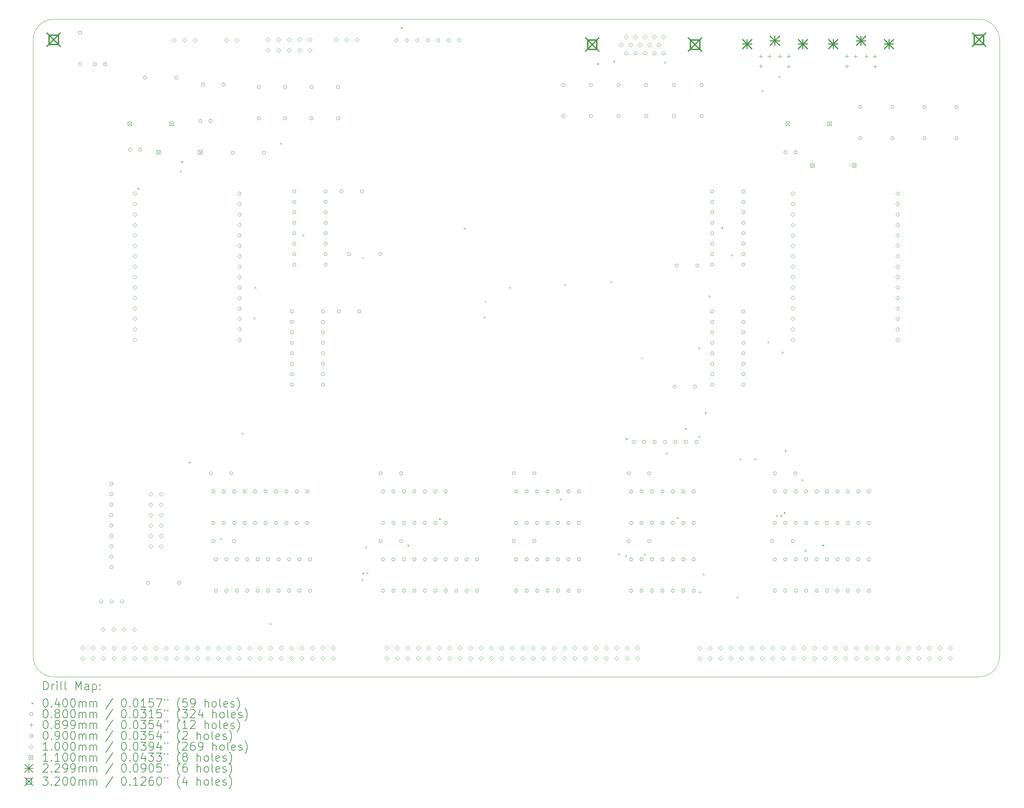
<source format=gbr>
%TF.GenerationSoftware,KiCad,Pcbnew,(6.0.11)*%
%TF.CreationDate,2023-08-06T14:01:44-05:00*%
%TF.ProjectId,input-output.DualESP32,696e7075-742d-46f7-9574-7075742e4475,V1.0*%
%TF.SameCoordinates,Original*%
%TF.FileFunction,Drillmap*%
%TF.FilePolarity,Positive*%
%FSLAX45Y45*%
G04 Gerber Fmt 4.5, Leading zero omitted, Abs format (unit mm)*
G04 Created by KiCad (PCBNEW (6.0.11)) date 2023-08-06 14:01:44*
%MOMM*%
%LPD*%
G01*
G04 APERTURE LIST*
%ADD10C,0.050000*%
%ADD11C,0.200000*%
%ADD12C,0.040000*%
%ADD13C,0.080000*%
%ADD14C,0.089916*%
%ADD15C,0.090000*%
%ADD16C,0.100000*%
%ADD17C,0.110000*%
%ADD18C,0.229870*%
%ADD19C,0.320000*%
G04 APERTURE END LIST*
D10*
X4000000Y-23000000D02*
X26500000Y-23000000D01*
X27000000Y-22500000D02*
X27000000Y-7500000D01*
X26500000Y-7000000D02*
X4000000Y-7000000D01*
X3500000Y-7500000D02*
X3500000Y-22500000D01*
X26500000Y-23000000D02*
G75*
G03*
X27000000Y-22500000I0J500000D01*
G01*
X3500000Y-22500000D02*
G75*
G03*
X4000000Y-23000000I500000J0D01*
G01*
X4000000Y-7000000D02*
G75*
G03*
X3500000Y-7500000I0J-500000D01*
G01*
X27000000Y-7500000D02*
G75*
G03*
X26500000Y-7000000I-500000J0D01*
G01*
D11*
D12*
X6040890Y-11101180D02*
X6080890Y-11141180D01*
X6080890Y-11101180D02*
X6040890Y-11141180D01*
X7070650Y-10682640D02*
X7110650Y-10722640D01*
X7110650Y-10682640D02*
X7070650Y-10722640D01*
X7095950Y-10448220D02*
X7135950Y-10488220D01*
X7135950Y-10448220D02*
X7095950Y-10488220D01*
X7281650Y-17763210D02*
X7321650Y-17803210D01*
X7321650Y-17763210D02*
X7281650Y-17803210D01*
X8045500Y-19621910D02*
X8085500Y-19661910D01*
X8085500Y-19621910D02*
X8045500Y-19661910D01*
X8574450Y-17054860D02*
X8614450Y-17094860D01*
X8614450Y-17054860D02*
X8574450Y-17094860D01*
X8858270Y-14255350D02*
X8898270Y-14295350D01*
X8898270Y-14255350D02*
X8858270Y-14295350D01*
X8882680Y-13507000D02*
X8922680Y-13547000D01*
X8922680Y-13507000D02*
X8882680Y-13547000D01*
X9248380Y-21690240D02*
X9288380Y-21730240D01*
X9288380Y-21690240D02*
X9248380Y-21730240D01*
X9504810Y-10002930D02*
X9544810Y-10042930D01*
X9544810Y-10002930D02*
X9504810Y-10042930D01*
X10045860Y-12240760D02*
X10085860Y-12280760D01*
X10085860Y-12240760D02*
X10045860Y-12280760D01*
X11486320Y-20618920D02*
X11526320Y-20658920D01*
X11526320Y-20618920D02*
X11486320Y-20658920D01*
X11496670Y-12777090D02*
X11536670Y-12817090D01*
X11536670Y-12777090D02*
X11496670Y-12817090D01*
X11504910Y-20462560D02*
X11544910Y-20502560D01*
X11544910Y-20462560D02*
X11504910Y-20502560D01*
X11575710Y-19827600D02*
X11615710Y-19867600D01*
X11615710Y-19827600D02*
X11575710Y-19867600D01*
X11605210Y-20454430D02*
X11645210Y-20494430D01*
X11645210Y-20454430D02*
X11605210Y-20494430D01*
X12439630Y-7189740D02*
X12479630Y-7229740D01*
X12479630Y-7189740D02*
X12439630Y-7229740D01*
X12597280Y-19783610D02*
X12637280Y-19823610D01*
X12637280Y-19783610D02*
X12597280Y-19823610D01*
X13367930Y-19137560D02*
X13407930Y-19177560D01*
X13407930Y-19137560D02*
X13367930Y-19177560D01*
X13971820Y-12068360D02*
X14011820Y-12108360D01*
X14011820Y-12068360D02*
X13971820Y-12108360D01*
X14456060Y-14231480D02*
X14496060Y-14271480D01*
X14496060Y-14231480D02*
X14456060Y-14271480D01*
X14477960Y-13852690D02*
X14517960Y-13892690D01*
X14517960Y-13852690D02*
X14477960Y-13892690D01*
X15075510Y-13509480D02*
X15115510Y-13549480D01*
X15115510Y-13509480D02*
X15075510Y-13549480D01*
X16309260Y-18659740D02*
X16349260Y-18699740D01*
X16349260Y-18659740D02*
X16309260Y-18699740D01*
X16414620Y-13440810D02*
X16454620Y-13480810D01*
X16454620Y-13440810D02*
X16414620Y-13480810D01*
X17212030Y-8064140D02*
X17252030Y-8104140D01*
X17252030Y-8064140D02*
X17212030Y-8104140D01*
X17538050Y-13368300D02*
X17578050Y-13408300D01*
X17578050Y-13368300D02*
X17538050Y-13408300D01*
X17609070Y-8007880D02*
X17649070Y-8047880D01*
X17649070Y-8007880D02*
X17609070Y-8047880D01*
X17721680Y-19992050D02*
X17761680Y-20032050D01*
X17761680Y-19992050D02*
X17721680Y-20032050D01*
X17893110Y-20038940D02*
X17933110Y-20078940D01*
X17933110Y-20038940D02*
X17893110Y-20078940D01*
X17912950Y-17189210D02*
X17952950Y-17229210D01*
X17952950Y-17189210D02*
X17912950Y-17229210D01*
X18286860Y-15222960D02*
X18326860Y-15262960D01*
X18326860Y-15222960D02*
X18286860Y-15262960D01*
X18351780Y-19995620D02*
X18391780Y-20035620D01*
X18391780Y-19995620D02*
X18351780Y-20035620D01*
X18843570Y-8030220D02*
X18883570Y-8070220D01*
X18883570Y-8030220D02*
X18843570Y-8070220D01*
X18884620Y-17540400D02*
X18924620Y-17580400D01*
X18924620Y-17540400D02*
X18884620Y-17580400D01*
X19149790Y-19114940D02*
X19189790Y-19154940D01*
X19189790Y-19114940D02*
X19149790Y-19154940D01*
X19349820Y-16943740D02*
X19389820Y-16983740D01*
X19389820Y-16943740D02*
X19349820Y-16983740D01*
X19670870Y-14979830D02*
X19710870Y-15019830D01*
X19710870Y-14979830D02*
X19670870Y-15019830D01*
X19682630Y-17136050D02*
X19722630Y-17176050D01*
X19722630Y-17136050D02*
X19682630Y-17176050D01*
X19685690Y-20918890D02*
X19725690Y-20958890D01*
X19725690Y-20918890D02*
X19685690Y-20958890D01*
X19783000Y-20486150D02*
X19823000Y-20526150D01*
X19823000Y-20486150D02*
X19783000Y-20526150D01*
X19828330Y-16556300D02*
X19868330Y-16596300D01*
X19868330Y-16556300D02*
X19828330Y-16596300D01*
X19924010Y-13720610D02*
X19964010Y-13760610D01*
X19964010Y-13720610D02*
X19924010Y-13760610D01*
X20234430Y-12053290D02*
X20274430Y-12093290D01*
X20274430Y-12053290D02*
X20234430Y-12093290D01*
X20469780Y-12723710D02*
X20509780Y-12763710D01*
X20509780Y-12723710D02*
X20469780Y-12763710D01*
X20610180Y-21042030D02*
X20650180Y-21082030D01*
X20650180Y-21042030D02*
X20610180Y-21082030D01*
X20681140Y-17681520D02*
X20721140Y-17721520D01*
X20721140Y-17681520D02*
X20681140Y-17721520D01*
X21034960Y-17683320D02*
X21074960Y-17723320D01*
X21074960Y-17683320D02*
X21034960Y-17723320D01*
X21209930Y-8727990D02*
X21249930Y-8767990D01*
X21249930Y-8727990D02*
X21209930Y-8767990D01*
X21354280Y-14839430D02*
X21394280Y-14879430D01*
X21394280Y-14839430D02*
X21354280Y-14879430D01*
X21570890Y-19065770D02*
X21610890Y-19105770D01*
X21610890Y-19065770D02*
X21570890Y-19105770D01*
X21627110Y-8377570D02*
X21667110Y-8417570D01*
X21667110Y-8377570D02*
X21627110Y-8417570D01*
X21671620Y-19059670D02*
X21711620Y-19099670D01*
X21711620Y-19059670D02*
X21671620Y-19099670D01*
X21706000Y-15085980D02*
X21746000Y-15125980D01*
X21746000Y-15085980D02*
X21706000Y-15125980D01*
X21749780Y-18985440D02*
X21789780Y-19025440D01*
X21789780Y-18985440D02*
X21749780Y-19025440D01*
X21775960Y-17483160D02*
X21815960Y-17523160D01*
X21815960Y-17483160D02*
X21775960Y-17523160D01*
X22188290Y-18189060D02*
X22228290Y-18229060D01*
X22228290Y-18189060D02*
X22188290Y-18229060D01*
X22257780Y-19911440D02*
X22297780Y-19951440D01*
X22297780Y-19911440D02*
X22257780Y-19951440D01*
X22682500Y-19779030D02*
X22722500Y-19819030D01*
X22722500Y-19779030D02*
X22682500Y-19819030D01*
D13*
X4683000Y-7328200D02*
G75*
G03*
X4683000Y-7328200I-40000J0D01*
G01*
X4683000Y-8090200D02*
G75*
G03*
X4683000Y-8090200I-40000J0D01*
G01*
X5445000Y-18301000D02*
G75*
G03*
X5445000Y-18301000I-40000J0D01*
G01*
X5445000Y-18555000D02*
G75*
G03*
X5445000Y-18555000I-40000J0D01*
G01*
X5445000Y-18809000D02*
G75*
G03*
X5445000Y-18809000I-40000J0D01*
G01*
X5445000Y-19063000D02*
G75*
G03*
X5445000Y-19063000I-40000J0D01*
G01*
X5445000Y-19317000D02*
G75*
G03*
X5445000Y-19317000I-40000J0D01*
G01*
X5445000Y-19571000D02*
G75*
G03*
X5445000Y-19571000I-40000J0D01*
G01*
X5445000Y-19825000D02*
G75*
G03*
X5445000Y-19825000I-40000J0D01*
G01*
X5445000Y-20079000D02*
G75*
G03*
X5445000Y-20079000I-40000J0D01*
G01*
X5445000Y-20333000D02*
G75*
G03*
X5445000Y-20333000I-40000J0D01*
G01*
X5895990Y-10173000D02*
G75*
G03*
X5895990Y-10173000I-40000J0D01*
G01*
X6145990Y-10173000D02*
G75*
G03*
X6145990Y-10173000I-40000J0D01*
G01*
X6257800Y-8420400D02*
G75*
G03*
X6257800Y-8420400I-40000J0D01*
G01*
X6334000Y-20714000D02*
G75*
G03*
X6334000Y-20714000I-40000J0D01*
G01*
X7019800Y-8420400D02*
G75*
G03*
X7019800Y-8420400I-40000J0D01*
G01*
X7096000Y-20714000D02*
G75*
G03*
X7096000Y-20714000I-40000J0D01*
G01*
X7604000Y-9474500D02*
G75*
G03*
X7604000Y-9474500I-40000J0D01*
G01*
X7671500Y-8585500D02*
G75*
G03*
X7671500Y-8585500I-40000J0D01*
G01*
X7854000Y-9474500D02*
G75*
G03*
X7854000Y-9474500I-40000J0D01*
G01*
X7862000Y-18047000D02*
G75*
G03*
X7862000Y-18047000I-40000J0D01*
G01*
X7922000Y-18490500D02*
G75*
G03*
X7922000Y-18490500I-40000J0D01*
G01*
X7922000Y-19252500D02*
G75*
G03*
X7922000Y-19252500I-40000J0D01*
G01*
X7925500Y-19698000D02*
G75*
G03*
X7925500Y-19698000I-40000J0D01*
G01*
X7985500Y-20141500D02*
G75*
G03*
X7985500Y-20141500I-40000J0D01*
G01*
X7985500Y-20903500D02*
G75*
G03*
X7985500Y-20903500I-40000J0D01*
G01*
X8171500Y-8585500D02*
G75*
G03*
X8171500Y-8585500I-40000J0D01*
G01*
X8176000Y-18490500D02*
G75*
G03*
X8176000Y-18490500I-40000J0D01*
G01*
X8176000Y-19252500D02*
G75*
G03*
X8176000Y-19252500I-40000J0D01*
G01*
X8239500Y-20141500D02*
G75*
G03*
X8239500Y-20141500I-40000J0D01*
G01*
X8239500Y-20903500D02*
G75*
G03*
X8239500Y-20903500I-40000J0D01*
G01*
X8362000Y-18047000D02*
G75*
G03*
X8362000Y-18047000I-40000J0D01*
G01*
X8391400Y-10249200D02*
G75*
G03*
X8391400Y-10249200I-40000J0D01*
G01*
X8425500Y-19698000D02*
G75*
G03*
X8425500Y-19698000I-40000J0D01*
G01*
X8430000Y-18490500D02*
G75*
G03*
X8430000Y-18490500I-40000J0D01*
G01*
X8430000Y-19252500D02*
G75*
G03*
X8430000Y-19252500I-40000J0D01*
G01*
X8493500Y-20141500D02*
G75*
G03*
X8493500Y-20141500I-40000J0D01*
G01*
X8493500Y-20903500D02*
G75*
G03*
X8493500Y-20903500I-40000J0D01*
G01*
X8684000Y-18490500D02*
G75*
G03*
X8684000Y-18490500I-40000J0D01*
G01*
X8684000Y-19252500D02*
G75*
G03*
X8684000Y-19252500I-40000J0D01*
G01*
X8747500Y-20141500D02*
G75*
G03*
X8747500Y-20141500I-40000J0D01*
G01*
X8747500Y-20903500D02*
G75*
G03*
X8747500Y-20903500I-40000J0D01*
G01*
X8938000Y-18490500D02*
G75*
G03*
X8938000Y-18490500I-40000J0D01*
G01*
X8938000Y-19252500D02*
G75*
G03*
X8938000Y-19252500I-40000J0D01*
G01*
X9001500Y-20141500D02*
G75*
G03*
X9001500Y-20141500I-40000J0D01*
G01*
X9001500Y-20903500D02*
G75*
G03*
X9001500Y-20903500I-40000J0D01*
G01*
X9026400Y-8649000D02*
G75*
G03*
X9026400Y-8649000I-40000J0D01*
G01*
X9026400Y-9411000D02*
G75*
G03*
X9026400Y-9411000I-40000J0D01*
G01*
X9153400Y-10249200D02*
G75*
G03*
X9153400Y-10249200I-40000J0D01*
G01*
X9192000Y-18490500D02*
G75*
G03*
X9192000Y-18490500I-40000J0D01*
G01*
X9192000Y-19252500D02*
G75*
G03*
X9192000Y-19252500I-40000J0D01*
G01*
X9255500Y-20141500D02*
G75*
G03*
X9255500Y-20141500I-40000J0D01*
G01*
X9255500Y-20903500D02*
G75*
G03*
X9255500Y-20903500I-40000J0D01*
G01*
X9446000Y-18490500D02*
G75*
G03*
X9446000Y-18490500I-40000J0D01*
G01*
X9446000Y-19252500D02*
G75*
G03*
X9446000Y-19252500I-40000J0D01*
G01*
X9509500Y-20141500D02*
G75*
G03*
X9509500Y-20141500I-40000J0D01*
G01*
X9509500Y-20903500D02*
G75*
G03*
X9509500Y-20903500I-40000J0D01*
G01*
X9669870Y-8649000D02*
G75*
G03*
X9669870Y-8649000I-40000J0D01*
G01*
X9669870Y-9411000D02*
G75*
G03*
X9669870Y-9411000I-40000J0D01*
G01*
X9700000Y-18490500D02*
G75*
G03*
X9700000Y-18490500I-40000J0D01*
G01*
X9700000Y-19252500D02*
G75*
G03*
X9700000Y-19252500I-40000J0D01*
G01*
X9763500Y-20141500D02*
G75*
G03*
X9763500Y-20141500I-40000J0D01*
G01*
X9763500Y-20903500D02*
G75*
G03*
X9763500Y-20903500I-40000J0D01*
G01*
X9827500Y-14111500D02*
G75*
G03*
X9827500Y-14111500I-40000J0D01*
G01*
X9827500Y-14365500D02*
G75*
G03*
X9827500Y-14365500I-40000J0D01*
G01*
X9827500Y-14619500D02*
G75*
G03*
X9827500Y-14619500I-40000J0D01*
G01*
X9827500Y-14873500D02*
G75*
G03*
X9827500Y-14873500I-40000J0D01*
G01*
X9827500Y-15127500D02*
G75*
G03*
X9827500Y-15127500I-40000J0D01*
G01*
X9827500Y-15381500D02*
G75*
G03*
X9827500Y-15381500I-40000J0D01*
G01*
X9827500Y-15635500D02*
G75*
G03*
X9827500Y-15635500I-40000J0D01*
G01*
X9827500Y-15889500D02*
G75*
G03*
X9827500Y-15889500I-40000J0D01*
G01*
X9891000Y-11190500D02*
G75*
G03*
X9891000Y-11190500I-40000J0D01*
G01*
X9891000Y-11444500D02*
G75*
G03*
X9891000Y-11444500I-40000J0D01*
G01*
X9891000Y-11698500D02*
G75*
G03*
X9891000Y-11698500I-40000J0D01*
G01*
X9891000Y-11952500D02*
G75*
G03*
X9891000Y-11952500I-40000J0D01*
G01*
X9891000Y-12206500D02*
G75*
G03*
X9891000Y-12206500I-40000J0D01*
G01*
X9891000Y-12460500D02*
G75*
G03*
X9891000Y-12460500I-40000J0D01*
G01*
X9891000Y-12714500D02*
G75*
G03*
X9891000Y-12714500I-40000J0D01*
G01*
X9891000Y-12968500D02*
G75*
G03*
X9891000Y-12968500I-40000J0D01*
G01*
X9954000Y-18490500D02*
G75*
G03*
X9954000Y-18490500I-40000J0D01*
G01*
X9954000Y-19252500D02*
G75*
G03*
X9954000Y-19252500I-40000J0D01*
G01*
X10017500Y-20141500D02*
G75*
G03*
X10017500Y-20141500I-40000J0D01*
G01*
X10017500Y-20903500D02*
G75*
G03*
X10017500Y-20903500I-40000J0D01*
G01*
X10208000Y-18490500D02*
G75*
G03*
X10208000Y-18490500I-40000J0D01*
G01*
X10208000Y-19252500D02*
G75*
G03*
X10208000Y-19252500I-40000J0D01*
G01*
X10271500Y-20141500D02*
G75*
G03*
X10271500Y-20141500I-40000J0D01*
G01*
X10271500Y-20903500D02*
G75*
G03*
X10271500Y-20903500I-40000J0D01*
G01*
X10313330Y-8649000D02*
G75*
G03*
X10313330Y-8649000I-40000J0D01*
G01*
X10313330Y-9411000D02*
G75*
G03*
X10313330Y-9411000I-40000J0D01*
G01*
X10589500Y-14111500D02*
G75*
G03*
X10589500Y-14111500I-40000J0D01*
G01*
X10589500Y-14365500D02*
G75*
G03*
X10589500Y-14365500I-40000J0D01*
G01*
X10589500Y-14619500D02*
G75*
G03*
X10589500Y-14619500I-40000J0D01*
G01*
X10589500Y-14873500D02*
G75*
G03*
X10589500Y-14873500I-40000J0D01*
G01*
X10589500Y-15127500D02*
G75*
G03*
X10589500Y-15127500I-40000J0D01*
G01*
X10589500Y-15381500D02*
G75*
G03*
X10589500Y-15381500I-40000J0D01*
G01*
X10589500Y-15635500D02*
G75*
G03*
X10589500Y-15635500I-40000J0D01*
G01*
X10589500Y-15889500D02*
G75*
G03*
X10589500Y-15889500I-40000J0D01*
G01*
X10653000Y-11190500D02*
G75*
G03*
X10653000Y-11190500I-40000J0D01*
G01*
X10653000Y-11444500D02*
G75*
G03*
X10653000Y-11444500I-40000J0D01*
G01*
X10653000Y-11698500D02*
G75*
G03*
X10653000Y-11698500I-40000J0D01*
G01*
X10653000Y-11952500D02*
G75*
G03*
X10653000Y-11952500I-40000J0D01*
G01*
X10653000Y-12206500D02*
G75*
G03*
X10653000Y-12206500I-40000J0D01*
G01*
X10653000Y-12460500D02*
G75*
G03*
X10653000Y-12460500I-40000J0D01*
G01*
X10653000Y-12714500D02*
G75*
G03*
X10653000Y-12714500I-40000J0D01*
G01*
X10653000Y-12968500D02*
G75*
G03*
X10653000Y-12968500I-40000J0D01*
G01*
X10956800Y-8649000D02*
G75*
G03*
X10956800Y-8649000I-40000J0D01*
G01*
X10956800Y-9411000D02*
G75*
G03*
X10956800Y-9411000I-40000J0D01*
G01*
X10973500Y-14110000D02*
G75*
G03*
X10973500Y-14110000I-40000J0D01*
G01*
X11037000Y-11189000D02*
G75*
G03*
X11037000Y-11189000I-40000J0D01*
G01*
X11223500Y-12713000D02*
G75*
G03*
X11223500Y-12713000I-40000J0D01*
G01*
X11473500Y-14110000D02*
G75*
G03*
X11473500Y-14110000I-40000J0D01*
G01*
X11537000Y-11189000D02*
G75*
G03*
X11537000Y-11189000I-40000J0D01*
G01*
X11985500Y-12713000D02*
G75*
G03*
X11985500Y-12713000I-40000J0D01*
G01*
X11989500Y-18047000D02*
G75*
G03*
X11989500Y-18047000I-40000J0D01*
G01*
X11989500Y-19698000D02*
G75*
G03*
X11989500Y-19698000I-40000J0D01*
G01*
X12048500Y-18490500D02*
G75*
G03*
X12048500Y-18490500I-40000J0D01*
G01*
X12048500Y-19252500D02*
G75*
G03*
X12048500Y-19252500I-40000J0D01*
G01*
X12049500Y-20141500D02*
G75*
G03*
X12049500Y-20141500I-40000J0D01*
G01*
X12049500Y-20903500D02*
G75*
G03*
X12049500Y-20903500I-40000J0D01*
G01*
X12302500Y-18490500D02*
G75*
G03*
X12302500Y-18490500I-40000J0D01*
G01*
X12302500Y-19252500D02*
G75*
G03*
X12302500Y-19252500I-40000J0D01*
G01*
X12303500Y-20141500D02*
G75*
G03*
X12303500Y-20141500I-40000J0D01*
G01*
X12303500Y-20903500D02*
G75*
G03*
X12303500Y-20903500I-40000J0D01*
G01*
X12489500Y-18047000D02*
G75*
G03*
X12489500Y-18047000I-40000J0D01*
G01*
X12489500Y-19698000D02*
G75*
G03*
X12489500Y-19698000I-40000J0D01*
G01*
X12556500Y-18490500D02*
G75*
G03*
X12556500Y-18490500I-40000J0D01*
G01*
X12556500Y-19252500D02*
G75*
G03*
X12556500Y-19252500I-40000J0D01*
G01*
X12557500Y-20141500D02*
G75*
G03*
X12557500Y-20141500I-40000J0D01*
G01*
X12557500Y-20903500D02*
G75*
G03*
X12557500Y-20903500I-40000J0D01*
G01*
X12810500Y-18490500D02*
G75*
G03*
X12810500Y-18490500I-40000J0D01*
G01*
X12810500Y-19252500D02*
G75*
G03*
X12810500Y-19252500I-40000J0D01*
G01*
X12811500Y-20141500D02*
G75*
G03*
X12811500Y-20141500I-40000J0D01*
G01*
X12811500Y-20903500D02*
G75*
G03*
X12811500Y-20903500I-40000J0D01*
G01*
X13064500Y-18490500D02*
G75*
G03*
X13064500Y-18490500I-40000J0D01*
G01*
X13064500Y-19252500D02*
G75*
G03*
X13064500Y-19252500I-40000J0D01*
G01*
X13065500Y-20141500D02*
G75*
G03*
X13065500Y-20141500I-40000J0D01*
G01*
X13065500Y-20903500D02*
G75*
G03*
X13065500Y-20903500I-40000J0D01*
G01*
X13318500Y-18490500D02*
G75*
G03*
X13318500Y-18490500I-40000J0D01*
G01*
X13318500Y-19252500D02*
G75*
G03*
X13318500Y-19252500I-40000J0D01*
G01*
X13319500Y-20141500D02*
G75*
G03*
X13319500Y-20141500I-40000J0D01*
G01*
X13319500Y-20903500D02*
G75*
G03*
X13319500Y-20903500I-40000J0D01*
G01*
X13572500Y-18490500D02*
G75*
G03*
X13572500Y-18490500I-40000J0D01*
G01*
X13572500Y-19252500D02*
G75*
G03*
X13572500Y-19252500I-40000J0D01*
G01*
X13573500Y-20141500D02*
G75*
G03*
X13573500Y-20141500I-40000J0D01*
G01*
X13573500Y-20903500D02*
G75*
G03*
X13573500Y-20903500I-40000J0D01*
G01*
X13827500Y-20141500D02*
G75*
G03*
X13827500Y-20141500I-40000J0D01*
G01*
X13827500Y-20903500D02*
G75*
G03*
X13827500Y-20903500I-40000J0D01*
G01*
X14081500Y-20141500D02*
G75*
G03*
X14081500Y-20141500I-40000J0D01*
G01*
X14081500Y-20903500D02*
G75*
G03*
X14081500Y-20903500I-40000J0D01*
G01*
X14335500Y-20141500D02*
G75*
G03*
X14335500Y-20141500I-40000J0D01*
G01*
X14335500Y-20903500D02*
G75*
G03*
X14335500Y-20903500I-40000J0D01*
G01*
X15228000Y-18047000D02*
G75*
G03*
X15228000Y-18047000I-40000J0D01*
G01*
X15228000Y-19698000D02*
G75*
G03*
X15228000Y-19698000I-40000J0D01*
G01*
X15287500Y-18491500D02*
G75*
G03*
X15287500Y-18491500I-40000J0D01*
G01*
X15287500Y-19253500D02*
G75*
G03*
X15287500Y-19253500I-40000J0D01*
G01*
X15287500Y-20142500D02*
G75*
G03*
X15287500Y-20142500I-40000J0D01*
G01*
X15287500Y-20904500D02*
G75*
G03*
X15287500Y-20904500I-40000J0D01*
G01*
X15541500Y-18491500D02*
G75*
G03*
X15541500Y-18491500I-40000J0D01*
G01*
X15541500Y-19253500D02*
G75*
G03*
X15541500Y-19253500I-40000J0D01*
G01*
X15541500Y-20142500D02*
G75*
G03*
X15541500Y-20142500I-40000J0D01*
G01*
X15541500Y-20904500D02*
G75*
G03*
X15541500Y-20904500I-40000J0D01*
G01*
X15728000Y-18047000D02*
G75*
G03*
X15728000Y-18047000I-40000J0D01*
G01*
X15728000Y-19698000D02*
G75*
G03*
X15728000Y-19698000I-40000J0D01*
G01*
X15795500Y-18491500D02*
G75*
G03*
X15795500Y-18491500I-40000J0D01*
G01*
X15795500Y-19253500D02*
G75*
G03*
X15795500Y-19253500I-40000J0D01*
G01*
X15795500Y-20142500D02*
G75*
G03*
X15795500Y-20142500I-40000J0D01*
G01*
X15795500Y-20904500D02*
G75*
G03*
X15795500Y-20904500I-40000J0D01*
G01*
X16049500Y-18491500D02*
G75*
G03*
X16049500Y-18491500I-40000J0D01*
G01*
X16049500Y-19253500D02*
G75*
G03*
X16049500Y-19253500I-40000J0D01*
G01*
X16049500Y-20142500D02*
G75*
G03*
X16049500Y-20142500I-40000J0D01*
G01*
X16049500Y-20904500D02*
G75*
G03*
X16049500Y-20904500I-40000J0D01*
G01*
X16303500Y-18491500D02*
G75*
G03*
X16303500Y-18491500I-40000J0D01*
G01*
X16303500Y-19253500D02*
G75*
G03*
X16303500Y-19253500I-40000J0D01*
G01*
X16303500Y-20142500D02*
G75*
G03*
X16303500Y-20142500I-40000J0D01*
G01*
X16303500Y-20904500D02*
G75*
G03*
X16303500Y-20904500I-40000J0D01*
G01*
X16430500Y-8598200D02*
G75*
G03*
X16430500Y-8598200I-40000J0D01*
G01*
X16430500Y-9360200D02*
G75*
G03*
X16430500Y-9360200I-40000J0D01*
G01*
X16557500Y-18491500D02*
G75*
G03*
X16557500Y-18491500I-40000J0D01*
G01*
X16557500Y-19253500D02*
G75*
G03*
X16557500Y-19253500I-40000J0D01*
G01*
X16557500Y-20142500D02*
G75*
G03*
X16557500Y-20142500I-40000J0D01*
G01*
X16557500Y-20904500D02*
G75*
G03*
X16557500Y-20904500I-40000J0D01*
G01*
X16811500Y-18491500D02*
G75*
G03*
X16811500Y-18491500I-40000J0D01*
G01*
X16811500Y-19253500D02*
G75*
G03*
X16811500Y-19253500I-40000J0D01*
G01*
X16811500Y-20142500D02*
G75*
G03*
X16811500Y-20142500I-40000J0D01*
G01*
X16811500Y-20904500D02*
G75*
G03*
X16811500Y-20904500I-40000J0D01*
G01*
X17103600Y-8598200D02*
G75*
G03*
X17103600Y-8598200I-40000J0D01*
G01*
X17103600Y-9360200D02*
G75*
G03*
X17103600Y-9360200I-40000J0D01*
G01*
X17776700Y-8598200D02*
G75*
G03*
X17776700Y-8598200I-40000J0D01*
G01*
X17776700Y-9360200D02*
G75*
G03*
X17776700Y-9360200I-40000J0D01*
G01*
X18022000Y-18047000D02*
G75*
G03*
X18022000Y-18047000I-40000J0D01*
G01*
X18022000Y-19698000D02*
G75*
G03*
X18022000Y-19698000I-40000J0D01*
G01*
X18081500Y-18491500D02*
G75*
G03*
X18081500Y-18491500I-40000J0D01*
G01*
X18081500Y-19253500D02*
G75*
G03*
X18081500Y-19253500I-40000J0D01*
G01*
X18081500Y-20142500D02*
G75*
G03*
X18081500Y-20142500I-40000J0D01*
G01*
X18081500Y-20904500D02*
G75*
G03*
X18081500Y-20904500I-40000J0D01*
G01*
X18144500Y-17285000D02*
G75*
G03*
X18144500Y-17285000I-40000J0D01*
G01*
X18335500Y-18491500D02*
G75*
G03*
X18335500Y-18491500I-40000J0D01*
G01*
X18335500Y-19253500D02*
G75*
G03*
X18335500Y-19253500I-40000J0D01*
G01*
X18335500Y-20142500D02*
G75*
G03*
X18335500Y-20142500I-40000J0D01*
G01*
X18335500Y-20904500D02*
G75*
G03*
X18335500Y-20904500I-40000J0D01*
G01*
X18398500Y-17285000D02*
G75*
G03*
X18398500Y-17285000I-40000J0D01*
G01*
X18449800Y-8598200D02*
G75*
G03*
X18449800Y-8598200I-40000J0D01*
G01*
X18449800Y-9360200D02*
G75*
G03*
X18449800Y-9360200I-40000J0D01*
G01*
X18522000Y-18047000D02*
G75*
G03*
X18522000Y-18047000I-40000J0D01*
G01*
X18522000Y-19698000D02*
G75*
G03*
X18522000Y-19698000I-40000J0D01*
G01*
X18589500Y-18491500D02*
G75*
G03*
X18589500Y-18491500I-40000J0D01*
G01*
X18589500Y-19253500D02*
G75*
G03*
X18589500Y-19253500I-40000J0D01*
G01*
X18589500Y-20142500D02*
G75*
G03*
X18589500Y-20142500I-40000J0D01*
G01*
X18589500Y-20904500D02*
G75*
G03*
X18589500Y-20904500I-40000J0D01*
G01*
X18652500Y-17285000D02*
G75*
G03*
X18652500Y-17285000I-40000J0D01*
G01*
X18843500Y-18491500D02*
G75*
G03*
X18843500Y-18491500I-40000J0D01*
G01*
X18843500Y-19253500D02*
G75*
G03*
X18843500Y-19253500I-40000J0D01*
G01*
X18843500Y-20142500D02*
G75*
G03*
X18843500Y-20142500I-40000J0D01*
G01*
X18843500Y-20904500D02*
G75*
G03*
X18843500Y-20904500I-40000J0D01*
G01*
X18906500Y-17285000D02*
G75*
G03*
X18906500Y-17285000I-40000J0D01*
G01*
X19097500Y-18491500D02*
G75*
G03*
X19097500Y-18491500I-40000J0D01*
G01*
X19097500Y-19253500D02*
G75*
G03*
X19097500Y-19253500I-40000J0D01*
G01*
X19097500Y-20142500D02*
G75*
G03*
X19097500Y-20142500I-40000J0D01*
G01*
X19097500Y-20904500D02*
G75*
G03*
X19097500Y-20904500I-40000J0D01*
G01*
X19122900Y-8598200D02*
G75*
G03*
X19122900Y-8598200I-40000J0D01*
G01*
X19122900Y-9360200D02*
G75*
G03*
X19122900Y-9360200I-40000J0D01*
G01*
X19139600Y-15938800D02*
G75*
G03*
X19139600Y-15938800I-40000J0D01*
G01*
X19160500Y-17285000D02*
G75*
G03*
X19160500Y-17285000I-40000J0D01*
G01*
X19190400Y-12992400D02*
G75*
G03*
X19190400Y-12992400I-40000J0D01*
G01*
X19351500Y-18491500D02*
G75*
G03*
X19351500Y-18491500I-40000J0D01*
G01*
X19351500Y-19253500D02*
G75*
G03*
X19351500Y-19253500I-40000J0D01*
G01*
X19351500Y-20142500D02*
G75*
G03*
X19351500Y-20142500I-40000J0D01*
G01*
X19351500Y-20904500D02*
G75*
G03*
X19351500Y-20904500I-40000J0D01*
G01*
X19414500Y-17285000D02*
G75*
G03*
X19414500Y-17285000I-40000J0D01*
G01*
X19605500Y-18491500D02*
G75*
G03*
X19605500Y-18491500I-40000J0D01*
G01*
X19605500Y-19253500D02*
G75*
G03*
X19605500Y-19253500I-40000J0D01*
G01*
X19605500Y-20142500D02*
G75*
G03*
X19605500Y-20142500I-40000J0D01*
G01*
X19605500Y-20904500D02*
G75*
G03*
X19605500Y-20904500I-40000J0D01*
G01*
X19639600Y-15938800D02*
G75*
G03*
X19639600Y-15938800I-40000J0D01*
G01*
X19668500Y-17285000D02*
G75*
G03*
X19668500Y-17285000I-40000J0D01*
G01*
X19690400Y-12992400D02*
G75*
G03*
X19690400Y-12992400I-40000J0D01*
G01*
X19796000Y-8598200D02*
G75*
G03*
X19796000Y-8598200I-40000J0D01*
G01*
X19796000Y-9360200D02*
G75*
G03*
X19796000Y-9360200I-40000J0D01*
G01*
X20051000Y-11190500D02*
G75*
G03*
X20051000Y-11190500I-40000J0D01*
G01*
X20051000Y-11444500D02*
G75*
G03*
X20051000Y-11444500I-40000J0D01*
G01*
X20051000Y-11698500D02*
G75*
G03*
X20051000Y-11698500I-40000J0D01*
G01*
X20051000Y-11952500D02*
G75*
G03*
X20051000Y-11952500I-40000J0D01*
G01*
X20051000Y-12206500D02*
G75*
G03*
X20051000Y-12206500I-40000J0D01*
G01*
X20051000Y-12460500D02*
G75*
G03*
X20051000Y-12460500I-40000J0D01*
G01*
X20051000Y-12714500D02*
G75*
G03*
X20051000Y-12714500I-40000J0D01*
G01*
X20051000Y-12968500D02*
G75*
G03*
X20051000Y-12968500I-40000J0D01*
G01*
X20051000Y-14111500D02*
G75*
G03*
X20051000Y-14111500I-40000J0D01*
G01*
X20051000Y-14365500D02*
G75*
G03*
X20051000Y-14365500I-40000J0D01*
G01*
X20051000Y-14619500D02*
G75*
G03*
X20051000Y-14619500I-40000J0D01*
G01*
X20051000Y-14873500D02*
G75*
G03*
X20051000Y-14873500I-40000J0D01*
G01*
X20051000Y-15127500D02*
G75*
G03*
X20051000Y-15127500I-40000J0D01*
G01*
X20051000Y-15381500D02*
G75*
G03*
X20051000Y-15381500I-40000J0D01*
G01*
X20051000Y-15635500D02*
G75*
G03*
X20051000Y-15635500I-40000J0D01*
G01*
X20051000Y-15889500D02*
G75*
G03*
X20051000Y-15889500I-40000J0D01*
G01*
X20813000Y-11190500D02*
G75*
G03*
X20813000Y-11190500I-40000J0D01*
G01*
X20813000Y-11444500D02*
G75*
G03*
X20813000Y-11444500I-40000J0D01*
G01*
X20813000Y-11698500D02*
G75*
G03*
X20813000Y-11698500I-40000J0D01*
G01*
X20813000Y-11952500D02*
G75*
G03*
X20813000Y-11952500I-40000J0D01*
G01*
X20813000Y-12206500D02*
G75*
G03*
X20813000Y-12206500I-40000J0D01*
G01*
X20813000Y-12460500D02*
G75*
G03*
X20813000Y-12460500I-40000J0D01*
G01*
X20813000Y-12714500D02*
G75*
G03*
X20813000Y-12714500I-40000J0D01*
G01*
X20813000Y-12968500D02*
G75*
G03*
X20813000Y-12968500I-40000J0D01*
G01*
X20813000Y-14111500D02*
G75*
G03*
X20813000Y-14111500I-40000J0D01*
G01*
X20813000Y-14365500D02*
G75*
G03*
X20813000Y-14365500I-40000J0D01*
G01*
X20813000Y-14619500D02*
G75*
G03*
X20813000Y-14619500I-40000J0D01*
G01*
X20813000Y-14873500D02*
G75*
G03*
X20813000Y-14873500I-40000J0D01*
G01*
X20813000Y-15127500D02*
G75*
G03*
X20813000Y-15127500I-40000J0D01*
G01*
X20813000Y-15381500D02*
G75*
G03*
X20813000Y-15381500I-40000J0D01*
G01*
X20813000Y-15635500D02*
G75*
G03*
X20813000Y-15635500I-40000J0D01*
G01*
X20813000Y-15889500D02*
G75*
G03*
X20813000Y-15889500I-40000J0D01*
G01*
X21514500Y-19698000D02*
G75*
G03*
X21514500Y-19698000I-40000J0D01*
G01*
X21574500Y-18490500D02*
G75*
G03*
X21574500Y-18490500I-40000J0D01*
G01*
X21574500Y-19252500D02*
G75*
G03*
X21574500Y-19252500I-40000J0D01*
G01*
X21574500Y-20141500D02*
G75*
G03*
X21574500Y-20141500I-40000J0D01*
G01*
X21574500Y-20903500D02*
G75*
G03*
X21574500Y-20903500I-40000J0D01*
G01*
X21578000Y-18047000D02*
G75*
G03*
X21578000Y-18047000I-40000J0D01*
G01*
X21828500Y-18490500D02*
G75*
G03*
X21828500Y-18490500I-40000J0D01*
G01*
X21828500Y-19252500D02*
G75*
G03*
X21828500Y-19252500I-40000J0D01*
G01*
X21828500Y-20141500D02*
G75*
G03*
X21828500Y-20141500I-40000J0D01*
G01*
X21828500Y-20903500D02*
G75*
G03*
X21828500Y-20903500I-40000J0D01*
G01*
X21834490Y-10236500D02*
G75*
G03*
X21834490Y-10236500I-40000J0D01*
G01*
X22014500Y-19698000D02*
G75*
G03*
X22014500Y-19698000I-40000J0D01*
G01*
X22078000Y-18047000D02*
G75*
G03*
X22078000Y-18047000I-40000J0D01*
G01*
X22082500Y-18490500D02*
G75*
G03*
X22082500Y-18490500I-40000J0D01*
G01*
X22082500Y-19252500D02*
G75*
G03*
X22082500Y-19252500I-40000J0D01*
G01*
X22082500Y-20141500D02*
G75*
G03*
X22082500Y-20141500I-40000J0D01*
G01*
X22082500Y-20903500D02*
G75*
G03*
X22082500Y-20903500I-40000J0D01*
G01*
X22084490Y-10236500D02*
G75*
G03*
X22084490Y-10236500I-40000J0D01*
G01*
X22336500Y-18490500D02*
G75*
G03*
X22336500Y-18490500I-40000J0D01*
G01*
X22336500Y-19252500D02*
G75*
G03*
X22336500Y-19252500I-40000J0D01*
G01*
X22336500Y-20141500D02*
G75*
G03*
X22336500Y-20141500I-40000J0D01*
G01*
X22336500Y-20903500D02*
G75*
G03*
X22336500Y-20903500I-40000J0D01*
G01*
X22590500Y-18490500D02*
G75*
G03*
X22590500Y-18490500I-40000J0D01*
G01*
X22590500Y-19252500D02*
G75*
G03*
X22590500Y-19252500I-40000J0D01*
G01*
X22590500Y-20141500D02*
G75*
G03*
X22590500Y-20141500I-40000J0D01*
G01*
X22590500Y-20903500D02*
G75*
G03*
X22590500Y-20903500I-40000J0D01*
G01*
X22844500Y-18490500D02*
G75*
G03*
X22844500Y-18490500I-40000J0D01*
G01*
X22844500Y-19252500D02*
G75*
G03*
X22844500Y-19252500I-40000J0D01*
G01*
X22844500Y-20141500D02*
G75*
G03*
X22844500Y-20141500I-40000J0D01*
G01*
X22844500Y-20903500D02*
G75*
G03*
X22844500Y-20903500I-40000J0D01*
G01*
X23098500Y-18490500D02*
G75*
G03*
X23098500Y-18490500I-40000J0D01*
G01*
X23098500Y-19252500D02*
G75*
G03*
X23098500Y-19252500I-40000J0D01*
G01*
X23098500Y-20141500D02*
G75*
G03*
X23098500Y-20141500I-40000J0D01*
G01*
X23098500Y-20903500D02*
G75*
G03*
X23098500Y-20903500I-40000J0D01*
G01*
X23352500Y-18490500D02*
G75*
G03*
X23352500Y-18490500I-40000J0D01*
G01*
X23352500Y-19252500D02*
G75*
G03*
X23352500Y-19252500I-40000J0D01*
G01*
X23352500Y-20141500D02*
G75*
G03*
X23352500Y-20141500I-40000J0D01*
G01*
X23352500Y-20903500D02*
G75*
G03*
X23352500Y-20903500I-40000J0D01*
G01*
X23606500Y-18490500D02*
G75*
G03*
X23606500Y-18490500I-40000J0D01*
G01*
X23606500Y-19252500D02*
G75*
G03*
X23606500Y-19252500I-40000J0D01*
G01*
X23606500Y-20141500D02*
G75*
G03*
X23606500Y-20141500I-40000J0D01*
G01*
X23606500Y-20903500D02*
G75*
G03*
X23606500Y-20903500I-40000J0D01*
G01*
X23656800Y-9131600D02*
G75*
G03*
X23656800Y-9131600I-40000J0D01*
G01*
X23656800Y-9893600D02*
G75*
G03*
X23656800Y-9893600I-40000J0D01*
G01*
X23860500Y-18490500D02*
G75*
G03*
X23860500Y-18490500I-40000J0D01*
G01*
X23860500Y-19252500D02*
G75*
G03*
X23860500Y-19252500I-40000J0D01*
G01*
X23860500Y-20141500D02*
G75*
G03*
X23860500Y-20141500I-40000J0D01*
G01*
X23860500Y-20903500D02*
G75*
G03*
X23860500Y-20903500I-40000J0D01*
G01*
X24435730Y-9131600D02*
G75*
G03*
X24435730Y-9131600I-40000J0D01*
G01*
X24435730Y-9893600D02*
G75*
G03*
X24435730Y-9893600I-40000J0D01*
G01*
X25214670Y-9131600D02*
G75*
G03*
X25214670Y-9131600I-40000J0D01*
G01*
X25214670Y-9893600D02*
G75*
G03*
X25214670Y-9893600I-40000J0D01*
G01*
X25993600Y-9131600D02*
G75*
G03*
X25993600Y-9131600I-40000J0D01*
G01*
X25993600Y-9893600D02*
G75*
G03*
X25993600Y-9893600I-40000J0D01*
G01*
D14*
X21192878Y-7854690D02*
X21192878Y-7944606D01*
X21147920Y-7899648D02*
X21237836Y-7899648D01*
X21192878Y-8099546D02*
X21192878Y-8189462D01*
X21147920Y-8144504D02*
X21237836Y-8144504D01*
X21402936Y-7854690D02*
X21402936Y-7944606D01*
X21357978Y-7899648D02*
X21447894Y-7899648D01*
X21662524Y-7854690D02*
X21662524Y-7944606D01*
X21617566Y-7899648D02*
X21707482Y-7899648D01*
X21872582Y-7854690D02*
X21872582Y-7944606D01*
X21827624Y-7899648D02*
X21917540Y-7899648D01*
X21872582Y-8104626D02*
X21872582Y-8194542D01*
X21827624Y-8149584D02*
X21917540Y-8149584D01*
X23288378Y-7854690D02*
X23288378Y-7944606D01*
X23243420Y-7899648D02*
X23333336Y-7899648D01*
X23288378Y-8099546D02*
X23288378Y-8189462D01*
X23243420Y-8144504D02*
X23333336Y-8144504D01*
X23498436Y-7854690D02*
X23498436Y-7944606D01*
X23453478Y-7899648D02*
X23543394Y-7899648D01*
X23758024Y-7854690D02*
X23758024Y-7944606D01*
X23713066Y-7899648D02*
X23802982Y-7899648D01*
X23968082Y-7854690D02*
X23968082Y-7944606D01*
X23923124Y-7899648D02*
X24013040Y-7899648D01*
X23968082Y-8104626D02*
X23968082Y-8194542D01*
X23923124Y-8149584D02*
X24013040Y-8149584D01*
D15*
X5030420Y-8122020D02*
X5030420Y-8058380D01*
X4966780Y-8058380D01*
X4966780Y-8122020D01*
X5030420Y-8122020D01*
X5284420Y-8122020D02*
X5284420Y-8058380D01*
X5220780Y-8058380D01*
X5220780Y-8122020D01*
X5284420Y-8122020D01*
D16*
X4704000Y-22350000D02*
X4754000Y-22300000D01*
X4704000Y-22250000D01*
X4654000Y-22300000D01*
X4704000Y-22350000D01*
X4704000Y-22604000D02*
X4754000Y-22554000D01*
X4704000Y-22504000D01*
X4654000Y-22554000D01*
X4704000Y-22604000D01*
X4958000Y-22350000D02*
X5008000Y-22300000D01*
X4958000Y-22250000D01*
X4908000Y-22300000D01*
X4958000Y-22350000D01*
X4958000Y-22604000D02*
X5008000Y-22554000D01*
X4958000Y-22504000D01*
X4908000Y-22554000D01*
X4958000Y-22604000D01*
X5152500Y-21208500D02*
X5202500Y-21158500D01*
X5152500Y-21108500D01*
X5102500Y-21158500D01*
X5152500Y-21208500D01*
X5200000Y-21900000D02*
X5250000Y-21850000D01*
X5200000Y-21800000D01*
X5150000Y-21850000D01*
X5200000Y-21900000D01*
X5212000Y-22350000D02*
X5262000Y-22300000D01*
X5212000Y-22250000D01*
X5162000Y-22300000D01*
X5212000Y-22350000D01*
X5212000Y-22604000D02*
X5262000Y-22554000D01*
X5212000Y-22504000D01*
X5162000Y-22554000D01*
X5212000Y-22604000D01*
X5406500Y-21208500D02*
X5456500Y-21158500D01*
X5406500Y-21108500D01*
X5356500Y-21158500D01*
X5406500Y-21208500D01*
X5454000Y-21900000D02*
X5504000Y-21850000D01*
X5454000Y-21800000D01*
X5404000Y-21850000D01*
X5454000Y-21900000D01*
X5466000Y-22350000D02*
X5516000Y-22300000D01*
X5466000Y-22250000D01*
X5416000Y-22300000D01*
X5466000Y-22350000D01*
X5466000Y-22604000D02*
X5516000Y-22554000D01*
X5466000Y-22504000D01*
X5416000Y-22554000D01*
X5466000Y-22604000D01*
X5660500Y-21208500D02*
X5710500Y-21158500D01*
X5660500Y-21108500D01*
X5610500Y-21158500D01*
X5660500Y-21208500D01*
X5708000Y-21900000D02*
X5758000Y-21850000D01*
X5708000Y-21800000D01*
X5658000Y-21850000D01*
X5708000Y-21900000D01*
X5720000Y-22350000D02*
X5770000Y-22300000D01*
X5720000Y-22250000D01*
X5670000Y-22300000D01*
X5720000Y-22350000D01*
X5720000Y-22604000D02*
X5770000Y-22554000D01*
X5720000Y-22504000D01*
X5670000Y-22554000D01*
X5720000Y-22604000D01*
X5962000Y-21900000D02*
X6012000Y-21850000D01*
X5962000Y-21800000D01*
X5912000Y-21850000D01*
X5962000Y-21900000D01*
X5972000Y-11291000D02*
X6022000Y-11241000D01*
X5972000Y-11191000D01*
X5922000Y-11241000D01*
X5972000Y-11291000D01*
X5972000Y-11545000D02*
X6022000Y-11495000D01*
X5972000Y-11445000D01*
X5922000Y-11495000D01*
X5972000Y-11545000D01*
X5972000Y-11799000D02*
X6022000Y-11749000D01*
X5972000Y-11699000D01*
X5922000Y-11749000D01*
X5972000Y-11799000D01*
X5972000Y-12053000D02*
X6022000Y-12003000D01*
X5972000Y-11953000D01*
X5922000Y-12003000D01*
X5972000Y-12053000D01*
X5972000Y-12307000D02*
X6022000Y-12257000D01*
X5972000Y-12207000D01*
X5922000Y-12257000D01*
X5972000Y-12307000D01*
X5972000Y-12561000D02*
X6022000Y-12511000D01*
X5972000Y-12461000D01*
X5922000Y-12511000D01*
X5972000Y-12561000D01*
X5972000Y-12815000D02*
X6022000Y-12765000D01*
X5972000Y-12715000D01*
X5922000Y-12765000D01*
X5972000Y-12815000D01*
X5972000Y-13069000D02*
X6022000Y-13019000D01*
X5972000Y-12969000D01*
X5922000Y-13019000D01*
X5972000Y-13069000D01*
X5972000Y-13323000D02*
X6022000Y-13273000D01*
X5972000Y-13223000D01*
X5922000Y-13273000D01*
X5972000Y-13323000D01*
X5972000Y-13577000D02*
X6022000Y-13527000D01*
X5972000Y-13477000D01*
X5922000Y-13527000D01*
X5972000Y-13577000D01*
X5972000Y-13831000D02*
X6022000Y-13781000D01*
X5972000Y-13731000D01*
X5922000Y-13781000D01*
X5972000Y-13831000D01*
X5972000Y-14085000D02*
X6022000Y-14035000D01*
X5972000Y-13985000D01*
X5922000Y-14035000D01*
X5972000Y-14085000D01*
X5972000Y-14339000D02*
X6022000Y-14289000D01*
X5972000Y-14239000D01*
X5922000Y-14289000D01*
X5972000Y-14339000D01*
X5972000Y-14593000D02*
X6022000Y-14543000D01*
X5972000Y-14493000D01*
X5922000Y-14543000D01*
X5972000Y-14593000D01*
X5972000Y-14847000D02*
X6022000Y-14797000D01*
X5972000Y-14747000D01*
X5922000Y-14797000D01*
X5972000Y-14847000D01*
X5974000Y-22350000D02*
X6024000Y-22300000D01*
X5974000Y-22250000D01*
X5924000Y-22300000D01*
X5974000Y-22350000D01*
X5974000Y-22604000D02*
X6024000Y-22554000D01*
X5974000Y-22504000D01*
X5924000Y-22554000D01*
X5974000Y-22604000D01*
X6228000Y-22350000D02*
X6278000Y-22300000D01*
X6228000Y-22250000D01*
X6178000Y-22300000D01*
X6228000Y-22350000D01*
X6228000Y-22604000D02*
X6278000Y-22554000D01*
X6228000Y-22504000D01*
X6178000Y-22554000D01*
X6228000Y-22604000D01*
X6358000Y-18605000D02*
X6408000Y-18555000D01*
X6358000Y-18505000D01*
X6308000Y-18555000D01*
X6358000Y-18605000D01*
X6358000Y-18859000D02*
X6408000Y-18809000D01*
X6358000Y-18759000D01*
X6308000Y-18809000D01*
X6358000Y-18859000D01*
X6358000Y-19113000D02*
X6408000Y-19063000D01*
X6358000Y-19013000D01*
X6308000Y-19063000D01*
X6358000Y-19113000D01*
X6358000Y-19367000D02*
X6408000Y-19317000D01*
X6358000Y-19267000D01*
X6308000Y-19317000D01*
X6358000Y-19367000D01*
X6358000Y-19621000D02*
X6408000Y-19571000D01*
X6358000Y-19521000D01*
X6308000Y-19571000D01*
X6358000Y-19621000D01*
X6358000Y-19875000D02*
X6408000Y-19825000D01*
X6358000Y-19775000D01*
X6308000Y-19825000D01*
X6358000Y-19875000D01*
X6482000Y-22350000D02*
X6532000Y-22300000D01*
X6482000Y-22250000D01*
X6432000Y-22300000D01*
X6482000Y-22350000D01*
X6482000Y-22604000D02*
X6532000Y-22554000D01*
X6482000Y-22504000D01*
X6432000Y-22554000D01*
X6482000Y-22604000D01*
X6612000Y-18605000D02*
X6662000Y-18555000D01*
X6612000Y-18505000D01*
X6562000Y-18555000D01*
X6612000Y-18605000D01*
X6612000Y-18859000D02*
X6662000Y-18809000D01*
X6612000Y-18759000D01*
X6562000Y-18809000D01*
X6612000Y-18859000D01*
X6612000Y-19113000D02*
X6662000Y-19063000D01*
X6612000Y-19013000D01*
X6562000Y-19063000D01*
X6612000Y-19113000D01*
X6612000Y-19367000D02*
X6662000Y-19317000D01*
X6612000Y-19267000D01*
X6562000Y-19317000D01*
X6612000Y-19367000D01*
X6612000Y-19621000D02*
X6662000Y-19571000D01*
X6612000Y-19521000D01*
X6562000Y-19571000D01*
X6612000Y-19621000D01*
X6612000Y-19875000D02*
X6662000Y-19825000D01*
X6612000Y-19775000D01*
X6562000Y-19825000D01*
X6612000Y-19875000D01*
X6736000Y-22350000D02*
X6786000Y-22300000D01*
X6736000Y-22250000D01*
X6686000Y-22300000D01*
X6736000Y-22350000D01*
X6736000Y-22604000D02*
X6786000Y-22554000D01*
X6736000Y-22504000D01*
X6686000Y-22554000D01*
X6736000Y-22604000D01*
X6930500Y-7556000D02*
X6980500Y-7506000D01*
X6930500Y-7456000D01*
X6880500Y-7506000D01*
X6930500Y-7556000D01*
X6990000Y-22350000D02*
X7040000Y-22300000D01*
X6990000Y-22250000D01*
X6940000Y-22300000D01*
X6990000Y-22350000D01*
X6990000Y-22604000D02*
X7040000Y-22554000D01*
X6990000Y-22504000D01*
X6940000Y-22554000D01*
X6990000Y-22604000D01*
X7184500Y-7556000D02*
X7234500Y-7506000D01*
X7184500Y-7456000D01*
X7134500Y-7506000D01*
X7184500Y-7556000D01*
X7244000Y-22350000D02*
X7294000Y-22300000D01*
X7244000Y-22250000D01*
X7194000Y-22300000D01*
X7244000Y-22350000D01*
X7244000Y-22604000D02*
X7294000Y-22554000D01*
X7244000Y-22504000D01*
X7194000Y-22554000D01*
X7244000Y-22604000D01*
X7438500Y-7556000D02*
X7488500Y-7506000D01*
X7438500Y-7456000D01*
X7388500Y-7506000D01*
X7438500Y-7556000D01*
X7498000Y-22350000D02*
X7548000Y-22300000D01*
X7498000Y-22250000D01*
X7448000Y-22300000D01*
X7498000Y-22350000D01*
X7498000Y-22604000D02*
X7548000Y-22554000D01*
X7498000Y-22504000D01*
X7448000Y-22554000D01*
X7498000Y-22604000D01*
X7752000Y-22350000D02*
X7802000Y-22300000D01*
X7752000Y-22250000D01*
X7702000Y-22300000D01*
X7752000Y-22350000D01*
X7752000Y-22604000D02*
X7802000Y-22554000D01*
X7752000Y-22504000D01*
X7702000Y-22554000D01*
X7752000Y-22604000D01*
X8006000Y-22350000D02*
X8056000Y-22300000D01*
X8006000Y-22250000D01*
X7956000Y-22300000D01*
X8006000Y-22350000D01*
X8006000Y-22604000D02*
X8056000Y-22554000D01*
X8006000Y-22504000D01*
X7956000Y-22554000D01*
X8006000Y-22604000D01*
X8199000Y-7556000D02*
X8249000Y-7506000D01*
X8199000Y-7456000D01*
X8149000Y-7506000D01*
X8199000Y-7556000D01*
X8260000Y-22350000D02*
X8310000Y-22300000D01*
X8260000Y-22250000D01*
X8210000Y-22300000D01*
X8260000Y-22350000D01*
X8260000Y-22604000D02*
X8310000Y-22554000D01*
X8260000Y-22504000D01*
X8210000Y-22554000D01*
X8260000Y-22604000D01*
X8453000Y-7556000D02*
X8503000Y-7506000D01*
X8453000Y-7456000D01*
X8403000Y-7506000D01*
X8453000Y-7556000D01*
X8514000Y-22350000D02*
X8564000Y-22300000D01*
X8514000Y-22250000D01*
X8464000Y-22300000D01*
X8514000Y-22350000D01*
X8514000Y-22604000D02*
X8564000Y-22554000D01*
X8514000Y-22504000D01*
X8464000Y-22554000D01*
X8514000Y-22604000D01*
X8516000Y-11291000D02*
X8566000Y-11241000D01*
X8516000Y-11191000D01*
X8466000Y-11241000D01*
X8516000Y-11291000D01*
X8516000Y-11545000D02*
X8566000Y-11495000D01*
X8516000Y-11445000D01*
X8466000Y-11495000D01*
X8516000Y-11545000D01*
X8516000Y-11799000D02*
X8566000Y-11749000D01*
X8516000Y-11699000D01*
X8466000Y-11749000D01*
X8516000Y-11799000D01*
X8516000Y-12053000D02*
X8566000Y-12003000D01*
X8516000Y-11953000D01*
X8466000Y-12003000D01*
X8516000Y-12053000D01*
X8516000Y-12307000D02*
X8566000Y-12257000D01*
X8516000Y-12207000D01*
X8466000Y-12257000D01*
X8516000Y-12307000D01*
X8516000Y-12561000D02*
X8566000Y-12511000D01*
X8516000Y-12461000D01*
X8466000Y-12511000D01*
X8516000Y-12561000D01*
X8516000Y-12815000D02*
X8566000Y-12765000D01*
X8516000Y-12715000D01*
X8466000Y-12765000D01*
X8516000Y-12815000D01*
X8516000Y-13069000D02*
X8566000Y-13019000D01*
X8516000Y-12969000D01*
X8466000Y-13019000D01*
X8516000Y-13069000D01*
X8516000Y-13323000D02*
X8566000Y-13273000D01*
X8516000Y-13223000D01*
X8466000Y-13273000D01*
X8516000Y-13323000D01*
X8516000Y-13577000D02*
X8566000Y-13527000D01*
X8516000Y-13477000D01*
X8466000Y-13527000D01*
X8516000Y-13577000D01*
X8516000Y-13831000D02*
X8566000Y-13781000D01*
X8516000Y-13731000D01*
X8466000Y-13781000D01*
X8516000Y-13831000D01*
X8516000Y-14085000D02*
X8566000Y-14035000D01*
X8516000Y-13985000D01*
X8466000Y-14035000D01*
X8516000Y-14085000D01*
X8516000Y-14339000D02*
X8566000Y-14289000D01*
X8516000Y-14239000D01*
X8466000Y-14289000D01*
X8516000Y-14339000D01*
X8516000Y-14593000D02*
X8566000Y-14543000D01*
X8516000Y-14493000D01*
X8466000Y-14543000D01*
X8516000Y-14593000D01*
X8516000Y-14847000D02*
X8566000Y-14797000D01*
X8516000Y-14747000D01*
X8466000Y-14797000D01*
X8516000Y-14847000D01*
X8768000Y-22350000D02*
X8818000Y-22300000D01*
X8768000Y-22250000D01*
X8718000Y-22300000D01*
X8768000Y-22350000D01*
X8768000Y-22604000D02*
X8818000Y-22554000D01*
X8768000Y-22504000D01*
X8718000Y-22554000D01*
X8768000Y-22604000D01*
X9022000Y-22350000D02*
X9072000Y-22300000D01*
X9022000Y-22250000D01*
X8972000Y-22300000D01*
X9022000Y-22350000D01*
X9022000Y-22604000D02*
X9072000Y-22554000D01*
X9022000Y-22504000D01*
X8972000Y-22554000D01*
X9022000Y-22604000D01*
X9215500Y-7549500D02*
X9265500Y-7499500D01*
X9215500Y-7449500D01*
X9165500Y-7499500D01*
X9215500Y-7549500D01*
X9215500Y-7803500D02*
X9265500Y-7753500D01*
X9215500Y-7703500D01*
X9165500Y-7753500D01*
X9215500Y-7803500D01*
X9276000Y-22350000D02*
X9326000Y-22300000D01*
X9276000Y-22250000D01*
X9226000Y-22300000D01*
X9276000Y-22350000D01*
X9276000Y-22604000D02*
X9326000Y-22554000D01*
X9276000Y-22504000D01*
X9226000Y-22554000D01*
X9276000Y-22604000D01*
X9469500Y-7549500D02*
X9519500Y-7499500D01*
X9469500Y-7449500D01*
X9419500Y-7499500D01*
X9469500Y-7549500D01*
X9469500Y-7803500D02*
X9519500Y-7753500D01*
X9469500Y-7703500D01*
X9419500Y-7753500D01*
X9469500Y-7803500D01*
X9530000Y-22350000D02*
X9580000Y-22300000D01*
X9530000Y-22250000D01*
X9480000Y-22300000D01*
X9530000Y-22350000D01*
X9530000Y-22604000D02*
X9580000Y-22554000D01*
X9530000Y-22504000D01*
X9480000Y-22554000D01*
X9530000Y-22604000D01*
X9723500Y-7549500D02*
X9773500Y-7499500D01*
X9723500Y-7449500D01*
X9673500Y-7499500D01*
X9723500Y-7549500D01*
X9723500Y-7803500D02*
X9773500Y-7753500D01*
X9723500Y-7703500D01*
X9673500Y-7753500D01*
X9723500Y-7803500D01*
X9784000Y-22350000D02*
X9834000Y-22300000D01*
X9784000Y-22250000D01*
X9734000Y-22300000D01*
X9784000Y-22350000D01*
X9784000Y-22604000D02*
X9834000Y-22554000D01*
X9784000Y-22504000D01*
X9734000Y-22554000D01*
X9784000Y-22604000D01*
X9977500Y-7549500D02*
X10027500Y-7499500D01*
X9977500Y-7449500D01*
X9927500Y-7499500D01*
X9977500Y-7549500D01*
X9977500Y-7803500D02*
X10027500Y-7753500D01*
X9977500Y-7703500D01*
X9927500Y-7753500D01*
X9977500Y-7803500D01*
X10038000Y-22350000D02*
X10088000Y-22300000D01*
X10038000Y-22250000D01*
X9988000Y-22300000D01*
X10038000Y-22350000D01*
X10038000Y-22604000D02*
X10088000Y-22554000D01*
X10038000Y-22504000D01*
X9988000Y-22554000D01*
X10038000Y-22604000D01*
X10231500Y-7549500D02*
X10281500Y-7499500D01*
X10231500Y-7449500D01*
X10181500Y-7499500D01*
X10231500Y-7549500D01*
X10231500Y-7803500D02*
X10281500Y-7753500D01*
X10231500Y-7703500D01*
X10181500Y-7753500D01*
X10231500Y-7803500D01*
X10292000Y-22350000D02*
X10342000Y-22300000D01*
X10292000Y-22250000D01*
X10242000Y-22300000D01*
X10292000Y-22350000D01*
X10292000Y-22604000D02*
X10342000Y-22554000D01*
X10292000Y-22504000D01*
X10242000Y-22554000D01*
X10292000Y-22604000D01*
X10546000Y-22350000D02*
X10596000Y-22300000D01*
X10546000Y-22250000D01*
X10496000Y-22300000D01*
X10546000Y-22350000D01*
X10546000Y-22604000D02*
X10596000Y-22554000D01*
X10546000Y-22504000D01*
X10496000Y-22554000D01*
X10546000Y-22604000D01*
X10800000Y-22350000D02*
X10850000Y-22300000D01*
X10800000Y-22250000D01*
X10750000Y-22300000D01*
X10800000Y-22350000D01*
X10800000Y-22604000D02*
X10850000Y-22554000D01*
X10800000Y-22504000D01*
X10750000Y-22554000D01*
X10800000Y-22604000D01*
X10867500Y-7549000D02*
X10917500Y-7499000D01*
X10867500Y-7449000D01*
X10817500Y-7499000D01*
X10867500Y-7549000D01*
X11121500Y-7549000D02*
X11171500Y-7499000D01*
X11121500Y-7449000D01*
X11071500Y-7499000D01*
X11121500Y-7549000D01*
X11375500Y-7549000D02*
X11425500Y-7499000D01*
X11375500Y-7449000D01*
X11325500Y-7499000D01*
X11375500Y-7549000D01*
X12104000Y-22350000D02*
X12154000Y-22300000D01*
X12104000Y-22250000D01*
X12054000Y-22300000D01*
X12104000Y-22350000D01*
X12104000Y-22604000D02*
X12154000Y-22554000D01*
X12104000Y-22504000D01*
X12054000Y-22554000D01*
X12104000Y-22604000D01*
X12326000Y-7556000D02*
X12376000Y-7506000D01*
X12326000Y-7456000D01*
X12276000Y-7506000D01*
X12326000Y-7556000D01*
X12358000Y-22350000D02*
X12408000Y-22300000D01*
X12358000Y-22250000D01*
X12308000Y-22300000D01*
X12358000Y-22350000D01*
X12358000Y-22604000D02*
X12408000Y-22554000D01*
X12358000Y-22504000D01*
X12308000Y-22554000D01*
X12358000Y-22604000D01*
X12580000Y-7556000D02*
X12630000Y-7506000D01*
X12580000Y-7456000D01*
X12530000Y-7506000D01*
X12580000Y-7556000D01*
X12612000Y-22350000D02*
X12662000Y-22300000D01*
X12612000Y-22250000D01*
X12562000Y-22300000D01*
X12612000Y-22350000D01*
X12612000Y-22604000D02*
X12662000Y-22554000D01*
X12612000Y-22504000D01*
X12562000Y-22554000D01*
X12612000Y-22604000D01*
X12834000Y-7556000D02*
X12884000Y-7506000D01*
X12834000Y-7456000D01*
X12784000Y-7506000D01*
X12834000Y-7556000D01*
X12866000Y-22350000D02*
X12916000Y-22300000D01*
X12866000Y-22250000D01*
X12816000Y-22300000D01*
X12866000Y-22350000D01*
X12866000Y-22604000D02*
X12916000Y-22554000D01*
X12866000Y-22504000D01*
X12816000Y-22554000D01*
X12866000Y-22604000D01*
X13088000Y-7556000D02*
X13138000Y-7506000D01*
X13088000Y-7456000D01*
X13038000Y-7506000D01*
X13088000Y-7556000D01*
X13120000Y-22350000D02*
X13170000Y-22300000D01*
X13120000Y-22250000D01*
X13070000Y-22300000D01*
X13120000Y-22350000D01*
X13120000Y-22604000D02*
X13170000Y-22554000D01*
X13120000Y-22504000D01*
X13070000Y-22554000D01*
X13120000Y-22604000D01*
X13342000Y-7556000D02*
X13392000Y-7506000D01*
X13342000Y-7456000D01*
X13292000Y-7506000D01*
X13342000Y-7556000D01*
X13374000Y-22350000D02*
X13424000Y-22300000D01*
X13374000Y-22250000D01*
X13324000Y-22300000D01*
X13374000Y-22350000D01*
X13374000Y-22604000D02*
X13424000Y-22554000D01*
X13374000Y-22504000D01*
X13324000Y-22554000D01*
X13374000Y-22604000D01*
X13596000Y-7556000D02*
X13646000Y-7506000D01*
X13596000Y-7456000D01*
X13546000Y-7506000D01*
X13596000Y-7556000D01*
X13628000Y-22350000D02*
X13678000Y-22300000D01*
X13628000Y-22250000D01*
X13578000Y-22300000D01*
X13628000Y-22350000D01*
X13628000Y-22604000D02*
X13678000Y-22554000D01*
X13628000Y-22504000D01*
X13578000Y-22554000D01*
X13628000Y-22604000D01*
X13850000Y-7556000D02*
X13900000Y-7506000D01*
X13850000Y-7456000D01*
X13800000Y-7506000D01*
X13850000Y-7556000D01*
X13882000Y-22350000D02*
X13932000Y-22300000D01*
X13882000Y-22250000D01*
X13832000Y-22300000D01*
X13882000Y-22350000D01*
X13882000Y-22604000D02*
X13932000Y-22554000D01*
X13882000Y-22504000D01*
X13832000Y-22554000D01*
X13882000Y-22604000D01*
X14136000Y-22350000D02*
X14186000Y-22300000D01*
X14136000Y-22250000D01*
X14086000Y-22300000D01*
X14136000Y-22350000D01*
X14136000Y-22604000D02*
X14186000Y-22554000D01*
X14136000Y-22504000D01*
X14086000Y-22554000D01*
X14136000Y-22604000D01*
X14390000Y-22350000D02*
X14440000Y-22300000D01*
X14390000Y-22250000D01*
X14340000Y-22300000D01*
X14390000Y-22350000D01*
X14390000Y-22604000D02*
X14440000Y-22554000D01*
X14390000Y-22504000D01*
X14340000Y-22554000D01*
X14390000Y-22604000D01*
X14644000Y-22350000D02*
X14694000Y-22300000D01*
X14644000Y-22250000D01*
X14594000Y-22300000D01*
X14644000Y-22350000D01*
X14644000Y-22604000D02*
X14694000Y-22554000D01*
X14644000Y-22504000D01*
X14594000Y-22554000D01*
X14644000Y-22604000D01*
X14898000Y-22350000D02*
X14948000Y-22300000D01*
X14898000Y-22250000D01*
X14848000Y-22300000D01*
X14898000Y-22350000D01*
X14898000Y-22604000D02*
X14948000Y-22554000D01*
X14898000Y-22504000D01*
X14848000Y-22554000D01*
X14898000Y-22604000D01*
X15152000Y-22350000D02*
X15202000Y-22300000D01*
X15152000Y-22250000D01*
X15102000Y-22300000D01*
X15152000Y-22350000D01*
X15152000Y-22604000D02*
X15202000Y-22554000D01*
X15152000Y-22504000D01*
X15102000Y-22554000D01*
X15152000Y-22604000D01*
X15406000Y-22350000D02*
X15456000Y-22300000D01*
X15406000Y-22250000D01*
X15356000Y-22300000D01*
X15406000Y-22350000D01*
X15406000Y-22604000D02*
X15456000Y-22554000D01*
X15406000Y-22504000D01*
X15356000Y-22554000D01*
X15406000Y-22604000D01*
X15660000Y-22350000D02*
X15710000Y-22300000D01*
X15660000Y-22250000D01*
X15610000Y-22300000D01*
X15660000Y-22350000D01*
X15660000Y-22604000D02*
X15710000Y-22554000D01*
X15660000Y-22504000D01*
X15610000Y-22554000D01*
X15660000Y-22604000D01*
X15914000Y-22350000D02*
X15964000Y-22300000D01*
X15914000Y-22250000D01*
X15864000Y-22300000D01*
X15914000Y-22350000D01*
X15914000Y-22604000D02*
X15964000Y-22554000D01*
X15914000Y-22504000D01*
X15864000Y-22554000D01*
X15914000Y-22604000D01*
X16168000Y-22350000D02*
X16218000Y-22300000D01*
X16168000Y-22250000D01*
X16118000Y-22300000D01*
X16168000Y-22350000D01*
X16168000Y-22604000D02*
X16218000Y-22554000D01*
X16168000Y-22504000D01*
X16118000Y-22554000D01*
X16168000Y-22604000D01*
X16422000Y-22350000D02*
X16472000Y-22300000D01*
X16422000Y-22250000D01*
X16372000Y-22300000D01*
X16422000Y-22350000D01*
X16422000Y-22604000D02*
X16472000Y-22554000D01*
X16422000Y-22504000D01*
X16372000Y-22554000D01*
X16422000Y-22604000D01*
X16676000Y-22350000D02*
X16726000Y-22300000D01*
X16676000Y-22250000D01*
X16626000Y-22300000D01*
X16676000Y-22350000D01*
X16676000Y-22604000D02*
X16726000Y-22554000D01*
X16676000Y-22504000D01*
X16626000Y-22554000D01*
X16676000Y-22604000D01*
X16930000Y-22350000D02*
X16980000Y-22300000D01*
X16930000Y-22250000D01*
X16880000Y-22300000D01*
X16930000Y-22350000D01*
X16930000Y-22604000D02*
X16980000Y-22554000D01*
X16930000Y-22504000D01*
X16880000Y-22554000D01*
X16930000Y-22604000D01*
X17184000Y-22350000D02*
X17234000Y-22300000D01*
X17184000Y-22250000D01*
X17134000Y-22300000D01*
X17184000Y-22350000D01*
X17184000Y-22604000D02*
X17234000Y-22554000D01*
X17184000Y-22504000D01*
X17134000Y-22554000D01*
X17184000Y-22604000D01*
X17438000Y-22350000D02*
X17488000Y-22300000D01*
X17438000Y-22250000D01*
X17388000Y-22300000D01*
X17438000Y-22350000D01*
X17438000Y-22604000D02*
X17488000Y-22554000D01*
X17438000Y-22504000D01*
X17388000Y-22554000D01*
X17438000Y-22604000D01*
X17692000Y-22350000D02*
X17742000Y-22300000D01*
X17692000Y-22250000D01*
X17642000Y-22300000D01*
X17692000Y-22350000D01*
X17692000Y-22604000D02*
X17742000Y-22554000D01*
X17692000Y-22504000D01*
X17642000Y-22554000D01*
X17692000Y-22604000D01*
X17801270Y-7675500D02*
X17851270Y-7625500D01*
X17801270Y-7575500D01*
X17751270Y-7625500D01*
X17801270Y-7675500D01*
X17915770Y-7477500D02*
X17965770Y-7427500D01*
X17915770Y-7377500D01*
X17865770Y-7427500D01*
X17915770Y-7477500D01*
X17915770Y-7873500D02*
X17965770Y-7823500D01*
X17915770Y-7773500D01*
X17865770Y-7823500D01*
X17915770Y-7873500D01*
X17946000Y-22350000D02*
X17996000Y-22300000D01*
X17946000Y-22250000D01*
X17896000Y-22300000D01*
X17946000Y-22350000D01*
X17946000Y-22604000D02*
X17996000Y-22554000D01*
X17946000Y-22504000D01*
X17896000Y-22554000D01*
X17946000Y-22604000D01*
X18030270Y-7675500D02*
X18080270Y-7625500D01*
X18030270Y-7575500D01*
X17980270Y-7625500D01*
X18030270Y-7675500D01*
X18144770Y-7477500D02*
X18194770Y-7427500D01*
X18144770Y-7377500D01*
X18094770Y-7427500D01*
X18144770Y-7477500D01*
X18144770Y-7873500D02*
X18194770Y-7823500D01*
X18144770Y-7773500D01*
X18094770Y-7823500D01*
X18144770Y-7873500D01*
X18200000Y-22350000D02*
X18250000Y-22300000D01*
X18200000Y-22250000D01*
X18150000Y-22300000D01*
X18200000Y-22350000D01*
X18200000Y-22604000D02*
X18250000Y-22554000D01*
X18200000Y-22504000D01*
X18150000Y-22554000D01*
X18200000Y-22604000D01*
X18259270Y-7675500D02*
X18309270Y-7625500D01*
X18259270Y-7575500D01*
X18209270Y-7625500D01*
X18259270Y-7675500D01*
X18373770Y-7477500D02*
X18423770Y-7427500D01*
X18373770Y-7377500D01*
X18323770Y-7427500D01*
X18373770Y-7477500D01*
X18373770Y-7873500D02*
X18423770Y-7823500D01*
X18373770Y-7773500D01*
X18323770Y-7823500D01*
X18373770Y-7873500D01*
X18488270Y-7675500D02*
X18538270Y-7625500D01*
X18488270Y-7575500D01*
X18438270Y-7625500D01*
X18488270Y-7675500D01*
X18602770Y-7477500D02*
X18652770Y-7427500D01*
X18602770Y-7377500D01*
X18552770Y-7427500D01*
X18602770Y-7477500D01*
X18602770Y-7873500D02*
X18652770Y-7823500D01*
X18602770Y-7773500D01*
X18552770Y-7823500D01*
X18602770Y-7873500D01*
X18717270Y-7675500D02*
X18767270Y-7625500D01*
X18717270Y-7575500D01*
X18667270Y-7625500D01*
X18717270Y-7675500D01*
X18831770Y-7477500D02*
X18881770Y-7427500D01*
X18831770Y-7377500D01*
X18781770Y-7427500D01*
X18831770Y-7477500D01*
X18831770Y-7873500D02*
X18881770Y-7823500D01*
X18831770Y-7773500D01*
X18781770Y-7823500D01*
X18831770Y-7873500D01*
X19704000Y-22350000D02*
X19754000Y-22300000D01*
X19704000Y-22250000D01*
X19654000Y-22300000D01*
X19704000Y-22350000D01*
X19704000Y-22604000D02*
X19754000Y-22554000D01*
X19704000Y-22504000D01*
X19654000Y-22554000D01*
X19704000Y-22604000D01*
X19958000Y-22350000D02*
X20008000Y-22300000D01*
X19958000Y-22250000D01*
X19908000Y-22300000D01*
X19958000Y-22350000D01*
X19958000Y-22604000D02*
X20008000Y-22554000D01*
X19958000Y-22504000D01*
X19908000Y-22554000D01*
X19958000Y-22604000D01*
X20212000Y-22350000D02*
X20262000Y-22300000D01*
X20212000Y-22250000D01*
X20162000Y-22300000D01*
X20212000Y-22350000D01*
X20212000Y-22604000D02*
X20262000Y-22554000D01*
X20212000Y-22504000D01*
X20162000Y-22554000D01*
X20212000Y-22604000D01*
X20466000Y-22350000D02*
X20516000Y-22300000D01*
X20466000Y-22250000D01*
X20416000Y-22300000D01*
X20466000Y-22350000D01*
X20466000Y-22604000D02*
X20516000Y-22554000D01*
X20466000Y-22504000D01*
X20416000Y-22554000D01*
X20466000Y-22604000D01*
X20720000Y-22350000D02*
X20770000Y-22300000D01*
X20720000Y-22250000D01*
X20670000Y-22300000D01*
X20720000Y-22350000D01*
X20720000Y-22604000D02*
X20770000Y-22554000D01*
X20720000Y-22504000D01*
X20670000Y-22554000D01*
X20720000Y-22604000D01*
X20974000Y-22350000D02*
X21024000Y-22300000D01*
X20974000Y-22250000D01*
X20924000Y-22300000D01*
X20974000Y-22350000D01*
X20974000Y-22604000D02*
X21024000Y-22554000D01*
X20974000Y-22504000D01*
X20924000Y-22554000D01*
X20974000Y-22604000D01*
X21228000Y-22350000D02*
X21278000Y-22300000D01*
X21228000Y-22250000D01*
X21178000Y-22300000D01*
X21228000Y-22350000D01*
X21228000Y-22604000D02*
X21278000Y-22554000D01*
X21228000Y-22504000D01*
X21178000Y-22554000D01*
X21228000Y-22604000D01*
X21482000Y-22350000D02*
X21532000Y-22300000D01*
X21482000Y-22250000D01*
X21432000Y-22300000D01*
X21482000Y-22350000D01*
X21482000Y-22604000D02*
X21532000Y-22554000D01*
X21482000Y-22504000D01*
X21432000Y-22554000D01*
X21482000Y-22604000D01*
X21736000Y-22350000D02*
X21786000Y-22300000D01*
X21736000Y-22250000D01*
X21686000Y-22300000D01*
X21736000Y-22350000D01*
X21736000Y-22604000D02*
X21786000Y-22554000D01*
X21736000Y-22504000D01*
X21686000Y-22554000D01*
X21736000Y-22604000D01*
X21974000Y-11291000D02*
X22024000Y-11241000D01*
X21974000Y-11191000D01*
X21924000Y-11241000D01*
X21974000Y-11291000D01*
X21974000Y-11545000D02*
X22024000Y-11495000D01*
X21974000Y-11445000D01*
X21924000Y-11495000D01*
X21974000Y-11545000D01*
X21974000Y-11799000D02*
X22024000Y-11749000D01*
X21974000Y-11699000D01*
X21924000Y-11749000D01*
X21974000Y-11799000D01*
X21974000Y-12053000D02*
X22024000Y-12003000D01*
X21974000Y-11953000D01*
X21924000Y-12003000D01*
X21974000Y-12053000D01*
X21974000Y-12307000D02*
X22024000Y-12257000D01*
X21974000Y-12207000D01*
X21924000Y-12257000D01*
X21974000Y-12307000D01*
X21974000Y-12561000D02*
X22024000Y-12511000D01*
X21974000Y-12461000D01*
X21924000Y-12511000D01*
X21974000Y-12561000D01*
X21974000Y-12815000D02*
X22024000Y-12765000D01*
X21974000Y-12715000D01*
X21924000Y-12765000D01*
X21974000Y-12815000D01*
X21974000Y-13069000D02*
X22024000Y-13019000D01*
X21974000Y-12969000D01*
X21924000Y-13019000D01*
X21974000Y-13069000D01*
X21974000Y-13323000D02*
X22024000Y-13273000D01*
X21974000Y-13223000D01*
X21924000Y-13273000D01*
X21974000Y-13323000D01*
X21974000Y-13577000D02*
X22024000Y-13527000D01*
X21974000Y-13477000D01*
X21924000Y-13527000D01*
X21974000Y-13577000D01*
X21974000Y-13831000D02*
X22024000Y-13781000D01*
X21974000Y-13731000D01*
X21924000Y-13781000D01*
X21974000Y-13831000D01*
X21974000Y-14085000D02*
X22024000Y-14035000D01*
X21974000Y-13985000D01*
X21924000Y-14035000D01*
X21974000Y-14085000D01*
X21974000Y-14339000D02*
X22024000Y-14289000D01*
X21974000Y-14239000D01*
X21924000Y-14289000D01*
X21974000Y-14339000D01*
X21974000Y-14593000D02*
X22024000Y-14543000D01*
X21974000Y-14493000D01*
X21924000Y-14543000D01*
X21974000Y-14593000D01*
X21974000Y-14847000D02*
X22024000Y-14797000D01*
X21974000Y-14747000D01*
X21924000Y-14797000D01*
X21974000Y-14847000D01*
X21990000Y-22350000D02*
X22040000Y-22300000D01*
X21990000Y-22250000D01*
X21940000Y-22300000D01*
X21990000Y-22350000D01*
X21990000Y-22604000D02*
X22040000Y-22554000D01*
X21990000Y-22504000D01*
X21940000Y-22554000D01*
X21990000Y-22604000D01*
X22244000Y-22350000D02*
X22294000Y-22300000D01*
X22244000Y-22250000D01*
X22194000Y-22300000D01*
X22244000Y-22350000D01*
X22244000Y-22604000D02*
X22294000Y-22554000D01*
X22244000Y-22504000D01*
X22194000Y-22554000D01*
X22244000Y-22604000D01*
X22498000Y-22350000D02*
X22548000Y-22300000D01*
X22498000Y-22250000D01*
X22448000Y-22300000D01*
X22498000Y-22350000D01*
X22498000Y-22604000D02*
X22548000Y-22554000D01*
X22498000Y-22504000D01*
X22448000Y-22554000D01*
X22498000Y-22604000D01*
X22752000Y-22350000D02*
X22802000Y-22300000D01*
X22752000Y-22250000D01*
X22702000Y-22300000D01*
X22752000Y-22350000D01*
X22752000Y-22604000D02*
X22802000Y-22554000D01*
X22752000Y-22504000D01*
X22702000Y-22554000D01*
X22752000Y-22604000D01*
X23006000Y-22350000D02*
X23056000Y-22300000D01*
X23006000Y-22250000D01*
X22956000Y-22300000D01*
X23006000Y-22350000D01*
X23006000Y-22604000D02*
X23056000Y-22554000D01*
X23006000Y-22504000D01*
X22956000Y-22554000D01*
X23006000Y-22604000D01*
X23260000Y-22350000D02*
X23310000Y-22300000D01*
X23260000Y-22250000D01*
X23210000Y-22300000D01*
X23260000Y-22350000D01*
X23260000Y-22604000D02*
X23310000Y-22554000D01*
X23260000Y-22504000D01*
X23210000Y-22554000D01*
X23260000Y-22604000D01*
X23514000Y-22350000D02*
X23564000Y-22300000D01*
X23514000Y-22250000D01*
X23464000Y-22300000D01*
X23514000Y-22350000D01*
X23514000Y-22604000D02*
X23564000Y-22554000D01*
X23514000Y-22504000D01*
X23464000Y-22554000D01*
X23514000Y-22604000D01*
X23768000Y-22350000D02*
X23818000Y-22300000D01*
X23768000Y-22250000D01*
X23718000Y-22300000D01*
X23768000Y-22350000D01*
X23768000Y-22604000D02*
X23818000Y-22554000D01*
X23768000Y-22504000D01*
X23718000Y-22554000D01*
X23768000Y-22604000D01*
X24022000Y-22350000D02*
X24072000Y-22300000D01*
X24022000Y-22250000D01*
X23972000Y-22300000D01*
X24022000Y-22350000D01*
X24022000Y-22604000D02*
X24072000Y-22554000D01*
X24022000Y-22504000D01*
X23972000Y-22554000D01*
X24022000Y-22604000D01*
X24276000Y-22350000D02*
X24326000Y-22300000D01*
X24276000Y-22250000D01*
X24226000Y-22300000D01*
X24276000Y-22350000D01*
X24276000Y-22604000D02*
X24326000Y-22554000D01*
X24276000Y-22504000D01*
X24226000Y-22554000D01*
X24276000Y-22604000D01*
X24518000Y-11291000D02*
X24568000Y-11241000D01*
X24518000Y-11191000D01*
X24468000Y-11241000D01*
X24518000Y-11291000D01*
X24518000Y-11545000D02*
X24568000Y-11495000D01*
X24518000Y-11445000D01*
X24468000Y-11495000D01*
X24518000Y-11545000D01*
X24518000Y-11799000D02*
X24568000Y-11749000D01*
X24518000Y-11699000D01*
X24468000Y-11749000D01*
X24518000Y-11799000D01*
X24518000Y-12053000D02*
X24568000Y-12003000D01*
X24518000Y-11953000D01*
X24468000Y-12003000D01*
X24518000Y-12053000D01*
X24518000Y-12307000D02*
X24568000Y-12257000D01*
X24518000Y-12207000D01*
X24468000Y-12257000D01*
X24518000Y-12307000D01*
X24518000Y-12561000D02*
X24568000Y-12511000D01*
X24518000Y-12461000D01*
X24468000Y-12511000D01*
X24518000Y-12561000D01*
X24518000Y-12815000D02*
X24568000Y-12765000D01*
X24518000Y-12715000D01*
X24468000Y-12765000D01*
X24518000Y-12815000D01*
X24518000Y-13069000D02*
X24568000Y-13019000D01*
X24518000Y-12969000D01*
X24468000Y-13019000D01*
X24518000Y-13069000D01*
X24518000Y-13323000D02*
X24568000Y-13273000D01*
X24518000Y-13223000D01*
X24468000Y-13273000D01*
X24518000Y-13323000D01*
X24518000Y-13577000D02*
X24568000Y-13527000D01*
X24518000Y-13477000D01*
X24468000Y-13527000D01*
X24518000Y-13577000D01*
X24518000Y-13831000D02*
X24568000Y-13781000D01*
X24518000Y-13731000D01*
X24468000Y-13781000D01*
X24518000Y-13831000D01*
X24518000Y-14085000D02*
X24568000Y-14035000D01*
X24518000Y-13985000D01*
X24468000Y-14035000D01*
X24518000Y-14085000D01*
X24518000Y-14339000D02*
X24568000Y-14289000D01*
X24518000Y-14239000D01*
X24468000Y-14289000D01*
X24518000Y-14339000D01*
X24518000Y-14593000D02*
X24568000Y-14543000D01*
X24518000Y-14493000D01*
X24468000Y-14543000D01*
X24518000Y-14593000D01*
X24518000Y-14847000D02*
X24568000Y-14797000D01*
X24518000Y-14747000D01*
X24468000Y-14797000D01*
X24518000Y-14847000D01*
X24530000Y-22350000D02*
X24580000Y-22300000D01*
X24530000Y-22250000D01*
X24480000Y-22300000D01*
X24530000Y-22350000D01*
X24530000Y-22604000D02*
X24580000Y-22554000D01*
X24530000Y-22504000D01*
X24480000Y-22554000D01*
X24530000Y-22604000D01*
X24784000Y-22350000D02*
X24834000Y-22300000D01*
X24784000Y-22250000D01*
X24734000Y-22300000D01*
X24784000Y-22350000D01*
X24784000Y-22604000D02*
X24834000Y-22554000D01*
X24784000Y-22504000D01*
X24734000Y-22554000D01*
X24784000Y-22604000D01*
X25038000Y-22350000D02*
X25088000Y-22300000D01*
X25038000Y-22250000D01*
X24988000Y-22300000D01*
X25038000Y-22350000D01*
X25038000Y-22604000D02*
X25088000Y-22554000D01*
X25038000Y-22504000D01*
X24988000Y-22554000D01*
X25038000Y-22604000D01*
X25292000Y-22350000D02*
X25342000Y-22300000D01*
X25292000Y-22250000D01*
X25242000Y-22300000D01*
X25292000Y-22350000D01*
X25292000Y-22604000D02*
X25342000Y-22554000D01*
X25292000Y-22504000D01*
X25242000Y-22554000D01*
X25292000Y-22604000D01*
X25546000Y-22350000D02*
X25596000Y-22300000D01*
X25546000Y-22250000D01*
X25496000Y-22300000D01*
X25546000Y-22350000D01*
X25546000Y-22604000D02*
X25596000Y-22554000D01*
X25546000Y-22504000D01*
X25496000Y-22554000D01*
X25546000Y-22604000D01*
X25800000Y-22350000D02*
X25850000Y-22300000D01*
X25800000Y-22250000D01*
X25750000Y-22300000D01*
X25800000Y-22350000D01*
X25800000Y-22604000D02*
X25850000Y-22554000D01*
X25800000Y-22504000D01*
X25750000Y-22554000D01*
X25800000Y-22604000D01*
D17*
X5794500Y-9483000D02*
X5904500Y-9593000D01*
X5904500Y-9483000D02*
X5794500Y-9593000D01*
X5904500Y-9538000D02*
G75*
G03*
X5904500Y-9538000I-55000J0D01*
G01*
X6493000Y-10181500D02*
X6603000Y-10291500D01*
X6603000Y-10181500D02*
X6493000Y-10291500D01*
X6603000Y-10236500D02*
G75*
G03*
X6603000Y-10236500I-55000J0D01*
G01*
X6810500Y-9483000D02*
X6920500Y-9593000D01*
X6920500Y-9483000D02*
X6810500Y-9593000D01*
X6920500Y-9538000D02*
G75*
G03*
X6920500Y-9538000I-55000J0D01*
G01*
X7509000Y-10181500D02*
X7619000Y-10291500D01*
X7619000Y-10181500D02*
X7509000Y-10291500D01*
X7619000Y-10236500D02*
G75*
G03*
X7619000Y-10236500I-55000J0D01*
G01*
X21796500Y-9483000D02*
X21906500Y-9593000D01*
X21906500Y-9483000D02*
X21796500Y-9593000D01*
X21906500Y-9538000D02*
G75*
G03*
X21906500Y-9538000I-55000J0D01*
G01*
X22393400Y-10499000D02*
X22503400Y-10609000D01*
X22503400Y-10499000D02*
X22393400Y-10609000D01*
X22503400Y-10554000D02*
G75*
G03*
X22503400Y-10554000I-55000J0D01*
G01*
X22812500Y-9483000D02*
X22922500Y-9593000D01*
X22922500Y-9483000D02*
X22812500Y-9593000D01*
X22922500Y-9538000D02*
G75*
G03*
X22922500Y-9538000I-55000J0D01*
G01*
X23409400Y-10499000D02*
X23519400Y-10609000D01*
X23519400Y-10499000D02*
X23409400Y-10609000D01*
X23519400Y-10554000D02*
G75*
G03*
X23519400Y-10554000I-55000J0D01*
G01*
D18*
X20742917Y-7484739D02*
X20972787Y-7714609D01*
X20972787Y-7484739D02*
X20742917Y-7714609D01*
X20857852Y-7484739D02*
X20857852Y-7714609D01*
X20742917Y-7599674D02*
X20972787Y-7599674D01*
X21417795Y-7404983D02*
X21647665Y-7634853D01*
X21647665Y-7404983D02*
X21417795Y-7634853D01*
X21532730Y-7404983D02*
X21532730Y-7634853D01*
X21417795Y-7519918D02*
X21647665Y-7519918D01*
X22097753Y-7484739D02*
X22327623Y-7714609D01*
X22327623Y-7484739D02*
X22097753Y-7714609D01*
X22212688Y-7484739D02*
X22212688Y-7714609D01*
X22097753Y-7599674D02*
X22327623Y-7599674D01*
X22838417Y-7484739D02*
X23068287Y-7714609D01*
X23068287Y-7484739D02*
X22838417Y-7714609D01*
X22953352Y-7484739D02*
X22953352Y-7714609D01*
X22838417Y-7599674D02*
X23068287Y-7599674D01*
X23513295Y-7404983D02*
X23743165Y-7634853D01*
X23743165Y-7404983D02*
X23513295Y-7634853D01*
X23628230Y-7404983D02*
X23628230Y-7634853D01*
X23513295Y-7519918D02*
X23743165Y-7519918D01*
X24193253Y-7484739D02*
X24423123Y-7714609D01*
X24423123Y-7484739D02*
X24193253Y-7714609D01*
X24308188Y-7484739D02*
X24308188Y-7714609D01*
X24193253Y-7599674D02*
X24423123Y-7599674D01*
D19*
X3840000Y-7340000D02*
X4160000Y-7660000D01*
X4160000Y-7340000D02*
X3840000Y-7660000D01*
X4113138Y-7613138D02*
X4113138Y-7386862D01*
X3886862Y-7386862D01*
X3886862Y-7613138D01*
X4113138Y-7613138D01*
X16937270Y-7458500D02*
X17257270Y-7778500D01*
X17257270Y-7458500D02*
X16937270Y-7778500D01*
X17210408Y-7731638D02*
X17210408Y-7505362D01*
X16984132Y-7505362D01*
X16984132Y-7731638D01*
X17210408Y-7731638D01*
X19437270Y-7458500D02*
X19757270Y-7778500D01*
X19757270Y-7458500D02*
X19437270Y-7778500D01*
X19710408Y-7731638D02*
X19710408Y-7505362D01*
X19484132Y-7505362D01*
X19484132Y-7731638D01*
X19710408Y-7731638D01*
X26340000Y-7340000D02*
X26660000Y-7660000D01*
X26660000Y-7340000D02*
X26340000Y-7660000D01*
X26613138Y-7613138D02*
X26613138Y-7386862D01*
X26386862Y-7386862D01*
X26386862Y-7613138D01*
X26613138Y-7613138D01*
D11*
X3755119Y-23312976D02*
X3755119Y-23112976D01*
X3802738Y-23112976D01*
X3831309Y-23122500D01*
X3850357Y-23141548D01*
X3859881Y-23160595D01*
X3869405Y-23198690D01*
X3869405Y-23227262D01*
X3859881Y-23265357D01*
X3850357Y-23284405D01*
X3831309Y-23303452D01*
X3802738Y-23312976D01*
X3755119Y-23312976D01*
X3955119Y-23312976D02*
X3955119Y-23179643D01*
X3955119Y-23217738D02*
X3964643Y-23198690D01*
X3974167Y-23189167D01*
X3993214Y-23179643D01*
X4012262Y-23179643D01*
X4078928Y-23312976D02*
X4078928Y-23179643D01*
X4078928Y-23112976D02*
X4069405Y-23122500D01*
X4078928Y-23132024D01*
X4088452Y-23122500D01*
X4078928Y-23112976D01*
X4078928Y-23132024D01*
X4202738Y-23312976D02*
X4183690Y-23303452D01*
X4174167Y-23284405D01*
X4174167Y-23112976D01*
X4307500Y-23312976D02*
X4288452Y-23303452D01*
X4278929Y-23284405D01*
X4278929Y-23112976D01*
X4536071Y-23312976D02*
X4536071Y-23112976D01*
X4602738Y-23255833D01*
X4669405Y-23112976D01*
X4669405Y-23312976D01*
X4850357Y-23312976D02*
X4850357Y-23208214D01*
X4840833Y-23189167D01*
X4821786Y-23179643D01*
X4783690Y-23179643D01*
X4764643Y-23189167D01*
X4850357Y-23303452D02*
X4831310Y-23312976D01*
X4783690Y-23312976D01*
X4764643Y-23303452D01*
X4755119Y-23284405D01*
X4755119Y-23265357D01*
X4764643Y-23246309D01*
X4783690Y-23236786D01*
X4831310Y-23236786D01*
X4850357Y-23227262D01*
X4945595Y-23179643D02*
X4945595Y-23379643D01*
X4945595Y-23189167D02*
X4964643Y-23179643D01*
X5002738Y-23179643D01*
X5021786Y-23189167D01*
X5031310Y-23198690D01*
X5040833Y-23217738D01*
X5040833Y-23274881D01*
X5031310Y-23293928D01*
X5021786Y-23303452D01*
X5002738Y-23312976D01*
X4964643Y-23312976D01*
X4945595Y-23303452D01*
X5126548Y-23293928D02*
X5136071Y-23303452D01*
X5126548Y-23312976D01*
X5117024Y-23303452D01*
X5126548Y-23293928D01*
X5126548Y-23312976D01*
X5126548Y-23189167D02*
X5136071Y-23198690D01*
X5126548Y-23208214D01*
X5117024Y-23198690D01*
X5126548Y-23189167D01*
X5126548Y-23208214D01*
D12*
X3457500Y-23622500D02*
X3497500Y-23662500D01*
X3497500Y-23622500D02*
X3457500Y-23662500D01*
D11*
X3793214Y-23532976D02*
X3812262Y-23532976D01*
X3831309Y-23542500D01*
X3840833Y-23552024D01*
X3850357Y-23571071D01*
X3859881Y-23609167D01*
X3859881Y-23656786D01*
X3850357Y-23694881D01*
X3840833Y-23713928D01*
X3831309Y-23723452D01*
X3812262Y-23732976D01*
X3793214Y-23732976D01*
X3774167Y-23723452D01*
X3764643Y-23713928D01*
X3755119Y-23694881D01*
X3745595Y-23656786D01*
X3745595Y-23609167D01*
X3755119Y-23571071D01*
X3764643Y-23552024D01*
X3774167Y-23542500D01*
X3793214Y-23532976D01*
X3945595Y-23713928D02*
X3955119Y-23723452D01*
X3945595Y-23732976D01*
X3936071Y-23723452D01*
X3945595Y-23713928D01*
X3945595Y-23732976D01*
X4126548Y-23599643D02*
X4126548Y-23732976D01*
X4078928Y-23523452D02*
X4031309Y-23666309D01*
X4155119Y-23666309D01*
X4269405Y-23532976D02*
X4288452Y-23532976D01*
X4307500Y-23542500D01*
X4317024Y-23552024D01*
X4326548Y-23571071D01*
X4336071Y-23609167D01*
X4336071Y-23656786D01*
X4326548Y-23694881D01*
X4317024Y-23713928D01*
X4307500Y-23723452D01*
X4288452Y-23732976D01*
X4269405Y-23732976D01*
X4250357Y-23723452D01*
X4240833Y-23713928D01*
X4231310Y-23694881D01*
X4221786Y-23656786D01*
X4221786Y-23609167D01*
X4231310Y-23571071D01*
X4240833Y-23552024D01*
X4250357Y-23542500D01*
X4269405Y-23532976D01*
X4459881Y-23532976D02*
X4478929Y-23532976D01*
X4497976Y-23542500D01*
X4507500Y-23552024D01*
X4517024Y-23571071D01*
X4526548Y-23609167D01*
X4526548Y-23656786D01*
X4517024Y-23694881D01*
X4507500Y-23713928D01*
X4497976Y-23723452D01*
X4478929Y-23732976D01*
X4459881Y-23732976D01*
X4440833Y-23723452D01*
X4431310Y-23713928D01*
X4421786Y-23694881D01*
X4412262Y-23656786D01*
X4412262Y-23609167D01*
X4421786Y-23571071D01*
X4431310Y-23552024D01*
X4440833Y-23542500D01*
X4459881Y-23532976D01*
X4612262Y-23732976D02*
X4612262Y-23599643D01*
X4612262Y-23618690D02*
X4621786Y-23609167D01*
X4640833Y-23599643D01*
X4669405Y-23599643D01*
X4688452Y-23609167D01*
X4697976Y-23628214D01*
X4697976Y-23732976D01*
X4697976Y-23628214D02*
X4707500Y-23609167D01*
X4726548Y-23599643D01*
X4755119Y-23599643D01*
X4774167Y-23609167D01*
X4783690Y-23628214D01*
X4783690Y-23732976D01*
X4878929Y-23732976D02*
X4878929Y-23599643D01*
X4878929Y-23618690D02*
X4888452Y-23609167D01*
X4907500Y-23599643D01*
X4936071Y-23599643D01*
X4955119Y-23609167D01*
X4964643Y-23628214D01*
X4964643Y-23732976D01*
X4964643Y-23628214D02*
X4974167Y-23609167D01*
X4993214Y-23599643D01*
X5021786Y-23599643D01*
X5040833Y-23609167D01*
X5050357Y-23628214D01*
X5050357Y-23732976D01*
X5440833Y-23523452D02*
X5269405Y-23780595D01*
X5697976Y-23532976D02*
X5717024Y-23532976D01*
X5736071Y-23542500D01*
X5745595Y-23552024D01*
X5755119Y-23571071D01*
X5764643Y-23609167D01*
X5764643Y-23656786D01*
X5755119Y-23694881D01*
X5745595Y-23713928D01*
X5736071Y-23723452D01*
X5717024Y-23732976D01*
X5697976Y-23732976D01*
X5678928Y-23723452D01*
X5669405Y-23713928D01*
X5659881Y-23694881D01*
X5650357Y-23656786D01*
X5650357Y-23609167D01*
X5659881Y-23571071D01*
X5669405Y-23552024D01*
X5678928Y-23542500D01*
X5697976Y-23532976D01*
X5850357Y-23713928D02*
X5859881Y-23723452D01*
X5850357Y-23732976D01*
X5840833Y-23723452D01*
X5850357Y-23713928D01*
X5850357Y-23732976D01*
X5983690Y-23532976D02*
X6002738Y-23532976D01*
X6021786Y-23542500D01*
X6031309Y-23552024D01*
X6040833Y-23571071D01*
X6050357Y-23609167D01*
X6050357Y-23656786D01*
X6040833Y-23694881D01*
X6031309Y-23713928D01*
X6021786Y-23723452D01*
X6002738Y-23732976D01*
X5983690Y-23732976D01*
X5964643Y-23723452D01*
X5955119Y-23713928D01*
X5945595Y-23694881D01*
X5936071Y-23656786D01*
X5936071Y-23609167D01*
X5945595Y-23571071D01*
X5955119Y-23552024D01*
X5964643Y-23542500D01*
X5983690Y-23532976D01*
X6240833Y-23732976D02*
X6126548Y-23732976D01*
X6183690Y-23732976D02*
X6183690Y-23532976D01*
X6164643Y-23561548D01*
X6145595Y-23580595D01*
X6126548Y-23590119D01*
X6421786Y-23532976D02*
X6326548Y-23532976D01*
X6317024Y-23628214D01*
X6326548Y-23618690D01*
X6345595Y-23609167D01*
X6393214Y-23609167D01*
X6412262Y-23618690D01*
X6421786Y-23628214D01*
X6431309Y-23647262D01*
X6431309Y-23694881D01*
X6421786Y-23713928D01*
X6412262Y-23723452D01*
X6393214Y-23732976D01*
X6345595Y-23732976D01*
X6326548Y-23723452D01*
X6317024Y-23713928D01*
X6497976Y-23532976D02*
X6631309Y-23532976D01*
X6545595Y-23732976D01*
X6697976Y-23532976D02*
X6697976Y-23571071D01*
X6774167Y-23532976D02*
X6774167Y-23571071D01*
X7069405Y-23809167D02*
X7059881Y-23799643D01*
X7040833Y-23771071D01*
X7031309Y-23752024D01*
X7021786Y-23723452D01*
X7012262Y-23675833D01*
X7012262Y-23637738D01*
X7021786Y-23590119D01*
X7031309Y-23561548D01*
X7040833Y-23542500D01*
X7059881Y-23513928D01*
X7069405Y-23504405D01*
X7240833Y-23532976D02*
X7145595Y-23532976D01*
X7136071Y-23628214D01*
X7145595Y-23618690D01*
X7164643Y-23609167D01*
X7212262Y-23609167D01*
X7231309Y-23618690D01*
X7240833Y-23628214D01*
X7250357Y-23647262D01*
X7250357Y-23694881D01*
X7240833Y-23713928D01*
X7231309Y-23723452D01*
X7212262Y-23732976D01*
X7164643Y-23732976D01*
X7145595Y-23723452D01*
X7136071Y-23713928D01*
X7345595Y-23732976D02*
X7383690Y-23732976D01*
X7402738Y-23723452D01*
X7412262Y-23713928D01*
X7431309Y-23685357D01*
X7440833Y-23647262D01*
X7440833Y-23571071D01*
X7431309Y-23552024D01*
X7421786Y-23542500D01*
X7402738Y-23532976D01*
X7364643Y-23532976D01*
X7345595Y-23542500D01*
X7336071Y-23552024D01*
X7326548Y-23571071D01*
X7326548Y-23618690D01*
X7336071Y-23637738D01*
X7345595Y-23647262D01*
X7364643Y-23656786D01*
X7402738Y-23656786D01*
X7421786Y-23647262D01*
X7431309Y-23637738D01*
X7440833Y-23618690D01*
X7678928Y-23732976D02*
X7678928Y-23532976D01*
X7764643Y-23732976D02*
X7764643Y-23628214D01*
X7755119Y-23609167D01*
X7736071Y-23599643D01*
X7707500Y-23599643D01*
X7688452Y-23609167D01*
X7678928Y-23618690D01*
X7888452Y-23732976D02*
X7869405Y-23723452D01*
X7859881Y-23713928D01*
X7850357Y-23694881D01*
X7850357Y-23637738D01*
X7859881Y-23618690D01*
X7869405Y-23609167D01*
X7888452Y-23599643D01*
X7917024Y-23599643D01*
X7936071Y-23609167D01*
X7945595Y-23618690D01*
X7955119Y-23637738D01*
X7955119Y-23694881D01*
X7945595Y-23713928D01*
X7936071Y-23723452D01*
X7917024Y-23732976D01*
X7888452Y-23732976D01*
X8069405Y-23732976D02*
X8050357Y-23723452D01*
X8040833Y-23704405D01*
X8040833Y-23532976D01*
X8221786Y-23723452D02*
X8202738Y-23732976D01*
X8164643Y-23732976D01*
X8145595Y-23723452D01*
X8136071Y-23704405D01*
X8136071Y-23628214D01*
X8145595Y-23609167D01*
X8164643Y-23599643D01*
X8202738Y-23599643D01*
X8221786Y-23609167D01*
X8231309Y-23628214D01*
X8231309Y-23647262D01*
X8136071Y-23666309D01*
X8307500Y-23723452D02*
X8326548Y-23732976D01*
X8364643Y-23732976D01*
X8383690Y-23723452D01*
X8393214Y-23704405D01*
X8393214Y-23694881D01*
X8383690Y-23675833D01*
X8364643Y-23666309D01*
X8336071Y-23666309D01*
X8317024Y-23656786D01*
X8307500Y-23637738D01*
X8307500Y-23628214D01*
X8317024Y-23609167D01*
X8336071Y-23599643D01*
X8364643Y-23599643D01*
X8383690Y-23609167D01*
X8459881Y-23809167D02*
X8469405Y-23799643D01*
X8488452Y-23771071D01*
X8497976Y-23752024D01*
X8507500Y-23723452D01*
X8517024Y-23675833D01*
X8517024Y-23637738D01*
X8507500Y-23590119D01*
X8497976Y-23561548D01*
X8488452Y-23542500D01*
X8469405Y-23513928D01*
X8459881Y-23504405D01*
D13*
X3497500Y-23906500D02*
G75*
G03*
X3497500Y-23906500I-40000J0D01*
G01*
D11*
X3793214Y-23796976D02*
X3812262Y-23796976D01*
X3831309Y-23806500D01*
X3840833Y-23816024D01*
X3850357Y-23835071D01*
X3859881Y-23873167D01*
X3859881Y-23920786D01*
X3850357Y-23958881D01*
X3840833Y-23977928D01*
X3831309Y-23987452D01*
X3812262Y-23996976D01*
X3793214Y-23996976D01*
X3774167Y-23987452D01*
X3764643Y-23977928D01*
X3755119Y-23958881D01*
X3745595Y-23920786D01*
X3745595Y-23873167D01*
X3755119Y-23835071D01*
X3764643Y-23816024D01*
X3774167Y-23806500D01*
X3793214Y-23796976D01*
X3945595Y-23977928D02*
X3955119Y-23987452D01*
X3945595Y-23996976D01*
X3936071Y-23987452D01*
X3945595Y-23977928D01*
X3945595Y-23996976D01*
X4069405Y-23882690D02*
X4050357Y-23873167D01*
X4040833Y-23863643D01*
X4031309Y-23844595D01*
X4031309Y-23835071D01*
X4040833Y-23816024D01*
X4050357Y-23806500D01*
X4069405Y-23796976D01*
X4107500Y-23796976D01*
X4126548Y-23806500D01*
X4136071Y-23816024D01*
X4145595Y-23835071D01*
X4145595Y-23844595D01*
X4136071Y-23863643D01*
X4126548Y-23873167D01*
X4107500Y-23882690D01*
X4069405Y-23882690D01*
X4050357Y-23892214D01*
X4040833Y-23901738D01*
X4031309Y-23920786D01*
X4031309Y-23958881D01*
X4040833Y-23977928D01*
X4050357Y-23987452D01*
X4069405Y-23996976D01*
X4107500Y-23996976D01*
X4126548Y-23987452D01*
X4136071Y-23977928D01*
X4145595Y-23958881D01*
X4145595Y-23920786D01*
X4136071Y-23901738D01*
X4126548Y-23892214D01*
X4107500Y-23882690D01*
X4269405Y-23796976D02*
X4288452Y-23796976D01*
X4307500Y-23806500D01*
X4317024Y-23816024D01*
X4326548Y-23835071D01*
X4336071Y-23873167D01*
X4336071Y-23920786D01*
X4326548Y-23958881D01*
X4317024Y-23977928D01*
X4307500Y-23987452D01*
X4288452Y-23996976D01*
X4269405Y-23996976D01*
X4250357Y-23987452D01*
X4240833Y-23977928D01*
X4231310Y-23958881D01*
X4221786Y-23920786D01*
X4221786Y-23873167D01*
X4231310Y-23835071D01*
X4240833Y-23816024D01*
X4250357Y-23806500D01*
X4269405Y-23796976D01*
X4459881Y-23796976D02*
X4478929Y-23796976D01*
X4497976Y-23806500D01*
X4507500Y-23816024D01*
X4517024Y-23835071D01*
X4526548Y-23873167D01*
X4526548Y-23920786D01*
X4517024Y-23958881D01*
X4507500Y-23977928D01*
X4497976Y-23987452D01*
X4478929Y-23996976D01*
X4459881Y-23996976D01*
X4440833Y-23987452D01*
X4431310Y-23977928D01*
X4421786Y-23958881D01*
X4412262Y-23920786D01*
X4412262Y-23873167D01*
X4421786Y-23835071D01*
X4431310Y-23816024D01*
X4440833Y-23806500D01*
X4459881Y-23796976D01*
X4612262Y-23996976D02*
X4612262Y-23863643D01*
X4612262Y-23882690D02*
X4621786Y-23873167D01*
X4640833Y-23863643D01*
X4669405Y-23863643D01*
X4688452Y-23873167D01*
X4697976Y-23892214D01*
X4697976Y-23996976D01*
X4697976Y-23892214D02*
X4707500Y-23873167D01*
X4726548Y-23863643D01*
X4755119Y-23863643D01*
X4774167Y-23873167D01*
X4783690Y-23892214D01*
X4783690Y-23996976D01*
X4878929Y-23996976D02*
X4878929Y-23863643D01*
X4878929Y-23882690D02*
X4888452Y-23873167D01*
X4907500Y-23863643D01*
X4936071Y-23863643D01*
X4955119Y-23873167D01*
X4964643Y-23892214D01*
X4964643Y-23996976D01*
X4964643Y-23892214D02*
X4974167Y-23873167D01*
X4993214Y-23863643D01*
X5021786Y-23863643D01*
X5040833Y-23873167D01*
X5050357Y-23892214D01*
X5050357Y-23996976D01*
X5440833Y-23787452D02*
X5269405Y-24044595D01*
X5697976Y-23796976D02*
X5717024Y-23796976D01*
X5736071Y-23806500D01*
X5745595Y-23816024D01*
X5755119Y-23835071D01*
X5764643Y-23873167D01*
X5764643Y-23920786D01*
X5755119Y-23958881D01*
X5745595Y-23977928D01*
X5736071Y-23987452D01*
X5717024Y-23996976D01*
X5697976Y-23996976D01*
X5678928Y-23987452D01*
X5669405Y-23977928D01*
X5659881Y-23958881D01*
X5650357Y-23920786D01*
X5650357Y-23873167D01*
X5659881Y-23835071D01*
X5669405Y-23816024D01*
X5678928Y-23806500D01*
X5697976Y-23796976D01*
X5850357Y-23977928D02*
X5859881Y-23987452D01*
X5850357Y-23996976D01*
X5840833Y-23987452D01*
X5850357Y-23977928D01*
X5850357Y-23996976D01*
X5983690Y-23796976D02*
X6002738Y-23796976D01*
X6021786Y-23806500D01*
X6031309Y-23816024D01*
X6040833Y-23835071D01*
X6050357Y-23873167D01*
X6050357Y-23920786D01*
X6040833Y-23958881D01*
X6031309Y-23977928D01*
X6021786Y-23987452D01*
X6002738Y-23996976D01*
X5983690Y-23996976D01*
X5964643Y-23987452D01*
X5955119Y-23977928D01*
X5945595Y-23958881D01*
X5936071Y-23920786D01*
X5936071Y-23873167D01*
X5945595Y-23835071D01*
X5955119Y-23816024D01*
X5964643Y-23806500D01*
X5983690Y-23796976D01*
X6117024Y-23796976D02*
X6240833Y-23796976D01*
X6174167Y-23873167D01*
X6202738Y-23873167D01*
X6221786Y-23882690D01*
X6231309Y-23892214D01*
X6240833Y-23911262D01*
X6240833Y-23958881D01*
X6231309Y-23977928D01*
X6221786Y-23987452D01*
X6202738Y-23996976D01*
X6145595Y-23996976D01*
X6126548Y-23987452D01*
X6117024Y-23977928D01*
X6431309Y-23996976D02*
X6317024Y-23996976D01*
X6374167Y-23996976D02*
X6374167Y-23796976D01*
X6355119Y-23825548D01*
X6336071Y-23844595D01*
X6317024Y-23854119D01*
X6612262Y-23796976D02*
X6517024Y-23796976D01*
X6507500Y-23892214D01*
X6517024Y-23882690D01*
X6536071Y-23873167D01*
X6583690Y-23873167D01*
X6602738Y-23882690D01*
X6612262Y-23892214D01*
X6621786Y-23911262D01*
X6621786Y-23958881D01*
X6612262Y-23977928D01*
X6602738Y-23987452D01*
X6583690Y-23996976D01*
X6536071Y-23996976D01*
X6517024Y-23987452D01*
X6507500Y-23977928D01*
X6697976Y-23796976D02*
X6697976Y-23835071D01*
X6774167Y-23796976D02*
X6774167Y-23835071D01*
X7069405Y-24073167D02*
X7059881Y-24063643D01*
X7040833Y-24035071D01*
X7031309Y-24016024D01*
X7021786Y-23987452D01*
X7012262Y-23939833D01*
X7012262Y-23901738D01*
X7021786Y-23854119D01*
X7031309Y-23825548D01*
X7040833Y-23806500D01*
X7059881Y-23777928D01*
X7069405Y-23768405D01*
X7126548Y-23796976D02*
X7250357Y-23796976D01*
X7183690Y-23873167D01*
X7212262Y-23873167D01*
X7231309Y-23882690D01*
X7240833Y-23892214D01*
X7250357Y-23911262D01*
X7250357Y-23958881D01*
X7240833Y-23977928D01*
X7231309Y-23987452D01*
X7212262Y-23996976D01*
X7155119Y-23996976D01*
X7136071Y-23987452D01*
X7126548Y-23977928D01*
X7326548Y-23816024D02*
X7336071Y-23806500D01*
X7355119Y-23796976D01*
X7402738Y-23796976D01*
X7421786Y-23806500D01*
X7431309Y-23816024D01*
X7440833Y-23835071D01*
X7440833Y-23854119D01*
X7431309Y-23882690D01*
X7317024Y-23996976D01*
X7440833Y-23996976D01*
X7612262Y-23863643D02*
X7612262Y-23996976D01*
X7564643Y-23787452D02*
X7517024Y-23930309D01*
X7640833Y-23930309D01*
X7869405Y-23996976D02*
X7869405Y-23796976D01*
X7955119Y-23996976D02*
X7955119Y-23892214D01*
X7945595Y-23873167D01*
X7926548Y-23863643D01*
X7897976Y-23863643D01*
X7878928Y-23873167D01*
X7869405Y-23882690D01*
X8078928Y-23996976D02*
X8059881Y-23987452D01*
X8050357Y-23977928D01*
X8040833Y-23958881D01*
X8040833Y-23901738D01*
X8050357Y-23882690D01*
X8059881Y-23873167D01*
X8078928Y-23863643D01*
X8107500Y-23863643D01*
X8126548Y-23873167D01*
X8136071Y-23882690D01*
X8145595Y-23901738D01*
X8145595Y-23958881D01*
X8136071Y-23977928D01*
X8126548Y-23987452D01*
X8107500Y-23996976D01*
X8078928Y-23996976D01*
X8259881Y-23996976D02*
X8240833Y-23987452D01*
X8231309Y-23968405D01*
X8231309Y-23796976D01*
X8412262Y-23987452D02*
X8393214Y-23996976D01*
X8355119Y-23996976D01*
X8336071Y-23987452D01*
X8326548Y-23968405D01*
X8326548Y-23892214D01*
X8336071Y-23873167D01*
X8355119Y-23863643D01*
X8393214Y-23863643D01*
X8412262Y-23873167D01*
X8421786Y-23892214D01*
X8421786Y-23911262D01*
X8326548Y-23930309D01*
X8497976Y-23987452D02*
X8517024Y-23996976D01*
X8555119Y-23996976D01*
X8574167Y-23987452D01*
X8583690Y-23968405D01*
X8583690Y-23958881D01*
X8574167Y-23939833D01*
X8555119Y-23930309D01*
X8526548Y-23930309D01*
X8507500Y-23920786D01*
X8497976Y-23901738D01*
X8497976Y-23892214D01*
X8507500Y-23873167D01*
X8526548Y-23863643D01*
X8555119Y-23863643D01*
X8574167Y-23873167D01*
X8650357Y-24073167D02*
X8659881Y-24063643D01*
X8678929Y-24035071D01*
X8688452Y-24016024D01*
X8697976Y-23987452D01*
X8707500Y-23939833D01*
X8707500Y-23901738D01*
X8697976Y-23854119D01*
X8688452Y-23825548D01*
X8678929Y-23806500D01*
X8659881Y-23777928D01*
X8650357Y-23768405D01*
D14*
X3452542Y-24125542D02*
X3452542Y-24215458D01*
X3407584Y-24170500D02*
X3497500Y-24170500D01*
D11*
X3793214Y-24060976D02*
X3812262Y-24060976D01*
X3831309Y-24070500D01*
X3840833Y-24080024D01*
X3850357Y-24099071D01*
X3859881Y-24137167D01*
X3859881Y-24184786D01*
X3850357Y-24222881D01*
X3840833Y-24241928D01*
X3831309Y-24251452D01*
X3812262Y-24260976D01*
X3793214Y-24260976D01*
X3774167Y-24251452D01*
X3764643Y-24241928D01*
X3755119Y-24222881D01*
X3745595Y-24184786D01*
X3745595Y-24137167D01*
X3755119Y-24099071D01*
X3764643Y-24080024D01*
X3774167Y-24070500D01*
X3793214Y-24060976D01*
X3945595Y-24241928D02*
X3955119Y-24251452D01*
X3945595Y-24260976D01*
X3936071Y-24251452D01*
X3945595Y-24241928D01*
X3945595Y-24260976D01*
X4069405Y-24146690D02*
X4050357Y-24137167D01*
X4040833Y-24127643D01*
X4031309Y-24108595D01*
X4031309Y-24099071D01*
X4040833Y-24080024D01*
X4050357Y-24070500D01*
X4069405Y-24060976D01*
X4107500Y-24060976D01*
X4126548Y-24070500D01*
X4136071Y-24080024D01*
X4145595Y-24099071D01*
X4145595Y-24108595D01*
X4136071Y-24127643D01*
X4126548Y-24137167D01*
X4107500Y-24146690D01*
X4069405Y-24146690D01*
X4050357Y-24156214D01*
X4040833Y-24165738D01*
X4031309Y-24184786D01*
X4031309Y-24222881D01*
X4040833Y-24241928D01*
X4050357Y-24251452D01*
X4069405Y-24260976D01*
X4107500Y-24260976D01*
X4126548Y-24251452D01*
X4136071Y-24241928D01*
X4145595Y-24222881D01*
X4145595Y-24184786D01*
X4136071Y-24165738D01*
X4126548Y-24156214D01*
X4107500Y-24146690D01*
X4240833Y-24260976D02*
X4278929Y-24260976D01*
X4297976Y-24251452D01*
X4307500Y-24241928D01*
X4326548Y-24213357D01*
X4336071Y-24175262D01*
X4336071Y-24099071D01*
X4326548Y-24080024D01*
X4317024Y-24070500D01*
X4297976Y-24060976D01*
X4259881Y-24060976D01*
X4240833Y-24070500D01*
X4231310Y-24080024D01*
X4221786Y-24099071D01*
X4221786Y-24146690D01*
X4231310Y-24165738D01*
X4240833Y-24175262D01*
X4259881Y-24184786D01*
X4297976Y-24184786D01*
X4317024Y-24175262D01*
X4326548Y-24165738D01*
X4336071Y-24146690D01*
X4431310Y-24260976D02*
X4469405Y-24260976D01*
X4488452Y-24251452D01*
X4497976Y-24241928D01*
X4517024Y-24213357D01*
X4526548Y-24175262D01*
X4526548Y-24099071D01*
X4517024Y-24080024D01*
X4507500Y-24070500D01*
X4488452Y-24060976D01*
X4450357Y-24060976D01*
X4431310Y-24070500D01*
X4421786Y-24080024D01*
X4412262Y-24099071D01*
X4412262Y-24146690D01*
X4421786Y-24165738D01*
X4431310Y-24175262D01*
X4450357Y-24184786D01*
X4488452Y-24184786D01*
X4507500Y-24175262D01*
X4517024Y-24165738D01*
X4526548Y-24146690D01*
X4612262Y-24260976D02*
X4612262Y-24127643D01*
X4612262Y-24146690D02*
X4621786Y-24137167D01*
X4640833Y-24127643D01*
X4669405Y-24127643D01*
X4688452Y-24137167D01*
X4697976Y-24156214D01*
X4697976Y-24260976D01*
X4697976Y-24156214D02*
X4707500Y-24137167D01*
X4726548Y-24127643D01*
X4755119Y-24127643D01*
X4774167Y-24137167D01*
X4783690Y-24156214D01*
X4783690Y-24260976D01*
X4878929Y-24260976D02*
X4878929Y-24127643D01*
X4878929Y-24146690D02*
X4888452Y-24137167D01*
X4907500Y-24127643D01*
X4936071Y-24127643D01*
X4955119Y-24137167D01*
X4964643Y-24156214D01*
X4964643Y-24260976D01*
X4964643Y-24156214D02*
X4974167Y-24137167D01*
X4993214Y-24127643D01*
X5021786Y-24127643D01*
X5040833Y-24137167D01*
X5050357Y-24156214D01*
X5050357Y-24260976D01*
X5440833Y-24051452D02*
X5269405Y-24308595D01*
X5697976Y-24060976D02*
X5717024Y-24060976D01*
X5736071Y-24070500D01*
X5745595Y-24080024D01*
X5755119Y-24099071D01*
X5764643Y-24137167D01*
X5764643Y-24184786D01*
X5755119Y-24222881D01*
X5745595Y-24241928D01*
X5736071Y-24251452D01*
X5717024Y-24260976D01*
X5697976Y-24260976D01*
X5678928Y-24251452D01*
X5669405Y-24241928D01*
X5659881Y-24222881D01*
X5650357Y-24184786D01*
X5650357Y-24137167D01*
X5659881Y-24099071D01*
X5669405Y-24080024D01*
X5678928Y-24070500D01*
X5697976Y-24060976D01*
X5850357Y-24241928D02*
X5859881Y-24251452D01*
X5850357Y-24260976D01*
X5840833Y-24251452D01*
X5850357Y-24241928D01*
X5850357Y-24260976D01*
X5983690Y-24060976D02*
X6002738Y-24060976D01*
X6021786Y-24070500D01*
X6031309Y-24080024D01*
X6040833Y-24099071D01*
X6050357Y-24137167D01*
X6050357Y-24184786D01*
X6040833Y-24222881D01*
X6031309Y-24241928D01*
X6021786Y-24251452D01*
X6002738Y-24260976D01*
X5983690Y-24260976D01*
X5964643Y-24251452D01*
X5955119Y-24241928D01*
X5945595Y-24222881D01*
X5936071Y-24184786D01*
X5936071Y-24137167D01*
X5945595Y-24099071D01*
X5955119Y-24080024D01*
X5964643Y-24070500D01*
X5983690Y-24060976D01*
X6117024Y-24060976D02*
X6240833Y-24060976D01*
X6174167Y-24137167D01*
X6202738Y-24137167D01*
X6221786Y-24146690D01*
X6231309Y-24156214D01*
X6240833Y-24175262D01*
X6240833Y-24222881D01*
X6231309Y-24241928D01*
X6221786Y-24251452D01*
X6202738Y-24260976D01*
X6145595Y-24260976D01*
X6126548Y-24251452D01*
X6117024Y-24241928D01*
X6421786Y-24060976D02*
X6326548Y-24060976D01*
X6317024Y-24156214D01*
X6326548Y-24146690D01*
X6345595Y-24137167D01*
X6393214Y-24137167D01*
X6412262Y-24146690D01*
X6421786Y-24156214D01*
X6431309Y-24175262D01*
X6431309Y-24222881D01*
X6421786Y-24241928D01*
X6412262Y-24251452D01*
X6393214Y-24260976D01*
X6345595Y-24260976D01*
X6326548Y-24251452D01*
X6317024Y-24241928D01*
X6602738Y-24127643D02*
X6602738Y-24260976D01*
X6555119Y-24051452D02*
X6507500Y-24194309D01*
X6631309Y-24194309D01*
X6697976Y-24060976D02*
X6697976Y-24099071D01*
X6774167Y-24060976D02*
X6774167Y-24099071D01*
X7069405Y-24337167D02*
X7059881Y-24327643D01*
X7040833Y-24299071D01*
X7031309Y-24280024D01*
X7021786Y-24251452D01*
X7012262Y-24203833D01*
X7012262Y-24165738D01*
X7021786Y-24118119D01*
X7031309Y-24089548D01*
X7040833Y-24070500D01*
X7059881Y-24041928D01*
X7069405Y-24032405D01*
X7250357Y-24260976D02*
X7136071Y-24260976D01*
X7193214Y-24260976D02*
X7193214Y-24060976D01*
X7174167Y-24089548D01*
X7155119Y-24108595D01*
X7136071Y-24118119D01*
X7326548Y-24080024D02*
X7336071Y-24070500D01*
X7355119Y-24060976D01*
X7402738Y-24060976D01*
X7421786Y-24070500D01*
X7431309Y-24080024D01*
X7440833Y-24099071D01*
X7440833Y-24118119D01*
X7431309Y-24146690D01*
X7317024Y-24260976D01*
X7440833Y-24260976D01*
X7678928Y-24260976D02*
X7678928Y-24060976D01*
X7764643Y-24260976D02*
X7764643Y-24156214D01*
X7755119Y-24137167D01*
X7736071Y-24127643D01*
X7707500Y-24127643D01*
X7688452Y-24137167D01*
X7678928Y-24146690D01*
X7888452Y-24260976D02*
X7869405Y-24251452D01*
X7859881Y-24241928D01*
X7850357Y-24222881D01*
X7850357Y-24165738D01*
X7859881Y-24146690D01*
X7869405Y-24137167D01*
X7888452Y-24127643D01*
X7917024Y-24127643D01*
X7936071Y-24137167D01*
X7945595Y-24146690D01*
X7955119Y-24165738D01*
X7955119Y-24222881D01*
X7945595Y-24241928D01*
X7936071Y-24251452D01*
X7917024Y-24260976D01*
X7888452Y-24260976D01*
X8069405Y-24260976D02*
X8050357Y-24251452D01*
X8040833Y-24232405D01*
X8040833Y-24060976D01*
X8221786Y-24251452D02*
X8202738Y-24260976D01*
X8164643Y-24260976D01*
X8145595Y-24251452D01*
X8136071Y-24232405D01*
X8136071Y-24156214D01*
X8145595Y-24137167D01*
X8164643Y-24127643D01*
X8202738Y-24127643D01*
X8221786Y-24137167D01*
X8231309Y-24156214D01*
X8231309Y-24175262D01*
X8136071Y-24194309D01*
X8307500Y-24251452D02*
X8326548Y-24260976D01*
X8364643Y-24260976D01*
X8383690Y-24251452D01*
X8393214Y-24232405D01*
X8393214Y-24222881D01*
X8383690Y-24203833D01*
X8364643Y-24194309D01*
X8336071Y-24194309D01*
X8317024Y-24184786D01*
X8307500Y-24165738D01*
X8307500Y-24156214D01*
X8317024Y-24137167D01*
X8336071Y-24127643D01*
X8364643Y-24127643D01*
X8383690Y-24137167D01*
X8459881Y-24337167D02*
X8469405Y-24327643D01*
X8488452Y-24299071D01*
X8497976Y-24280024D01*
X8507500Y-24251452D01*
X8517024Y-24203833D01*
X8517024Y-24165738D01*
X8507500Y-24118119D01*
X8497976Y-24089548D01*
X8488452Y-24070500D01*
X8469405Y-24041928D01*
X8459881Y-24032405D01*
D15*
X3484320Y-24466320D02*
X3484320Y-24402680D01*
X3420680Y-24402680D01*
X3420680Y-24466320D01*
X3484320Y-24466320D01*
D11*
X3793214Y-24324976D02*
X3812262Y-24324976D01*
X3831309Y-24334500D01*
X3840833Y-24344024D01*
X3850357Y-24363071D01*
X3859881Y-24401167D01*
X3859881Y-24448786D01*
X3850357Y-24486881D01*
X3840833Y-24505928D01*
X3831309Y-24515452D01*
X3812262Y-24524976D01*
X3793214Y-24524976D01*
X3774167Y-24515452D01*
X3764643Y-24505928D01*
X3755119Y-24486881D01*
X3745595Y-24448786D01*
X3745595Y-24401167D01*
X3755119Y-24363071D01*
X3764643Y-24344024D01*
X3774167Y-24334500D01*
X3793214Y-24324976D01*
X3945595Y-24505928D02*
X3955119Y-24515452D01*
X3945595Y-24524976D01*
X3936071Y-24515452D01*
X3945595Y-24505928D01*
X3945595Y-24524976D01*
X4050357Y-24524976D02*
X4088452Y-24524976D01*
X4107500Y-24515452D01*
X4117024Y-24505928D01*
X4136071Y-24477357D01*
X4145595Y-24439262D01*
X4145595Y-24363071D01*
X4136071Y-24344024D01*
X4126548Y-24334500D01*
X4107500Y-24324976D01*
X4069405Y-24324976D01*
X4050357Y-24334500D01*
X4040833Y-24344024D01*
X4031309Y-24363071D01*
X4031309Y-24410690D01*
X4040833Y-24429738D01*
X4050357Y-24439262D01*
X4069405Y-24448786D01*
X4107500Y-24448786D01*
X4126548Y-24439262D01*
X4136071Y-24429738D01*
X4145595Y-24410690D01*
X4269405Y-24324976D02*
X4288452Y-24324976D01*
X4307500Y-24334500D01*
X4317024Y-24344024D01*
X4326548Y-24363071D01*
X4336071Y-24401167D01*
X4336071Y-24448786D01*
X4326548Y-24486881D01*
X4317024Y-24505928D01*
X4307500Y-24515452D01*
X4288452Y-24524976D01*
X4269405Y-24524976D01*
X4250357Y-24515452D01*
X4240833Y-24505928D01*
X4231310Y-24486881D01*
X4221786Y-24448786D01*
X4221786Y-24401167D01*
X4231310Y-24363071D01*
X4240833Y-24344024D01*
X4250357Y-24334500D01*
X4269405Y-24324976D01*
X4459881Y-24324976D02*
X4478929Y-24324976D01*
X4497976Y-24334500D01*
X4507500Y-24344024D01*
X4517024Y-24363071D01*
X4526548Y-24401167D01*
X4526548Y-24448786D01*
X4517024Y-24486881D01*
X4507500Y-24505928D01*
X4497976Y-24515452D01*
X4478929Y-24524976D01*
X4459881Y-24524976D01*
X4440833Y-24515452D01*
X4431310Y-24505928D01*
X4421786Y-24486881D01*
X4412262Y-24448786D01*
X4412262Y-24401167D01*
X4421786Y-24363071D01*
X4431310Y-24344024D01*
X4440833Y-24334500D01*
X4459881Y-24324976D01*
X4612262Y-24524976D02*
X4612262Y-24391643D01*
X4612262Y-24410690D02*
X4621786Y-24401167D01*
X4640833Y-24391643D01*
X4669405Y-24391643D01*
X4688452Y-24401167D01*
X4697976Y-24420214D01*
X4697976Y-24524976D01*
X4697976Y-24420214D02*
X4707500Y-24401167D01*
X4726548Y-24391643D01*
X4755119Y-24391643D01*
X4774167Y-24401167D01*
X4783690Y-24420214D01*
X4783690Y-24524976D01*
X4878929Y-24524976D02*
X4878929Y-24391643D01*
X4878929Y-24410690D02*
X4888452Y-24401167D01*
X4907500Y-24391643D01*
X4936071Y-24391643D01*
X4955119Y-24401167D01*
X4964643Y-24420214D01*
X4964643Y-24524976D01*
X4964643Y-24420214D02*
X4974167Y-24401167D01*
X4993214Y-24391643D01*
X5021786Y-24391643D01*
X5040833Y-24401167D01*
X5050357Y-24420214D01*
X5050357Y-24524976D01*
X5440833Y-24315452D02*
X5269405Y-24572595D01*
X5697976Y-24324976D02*
X5717024Y-24324976D01*
X5736071Y-24334500D01*
X5745595Y-24344024D01*
X5755119Y-24363071D01*
X5764643Y-24401167D01*
X5764643Y-24448786D01*
X5755119Y-24486881D01*
X5745595Y-24505928D01*
X5736071Y-24515452D01*
X5717024Y-24524976D01*
X5697976Y-24524976D01*
X5678928Y-24515452D01*
X5669405Y-24505928D01*
X5659881Y-24486881D01*
X5650357Y-24448786D01*
X5650357Y-24401167D01*
X5659881Y-24363071D01*
X5669405Y-24344024D01*
X5678928Y-24334500D01*
X5697976Y-24324976D01*
X5850357Y-24505928D02*
X5859881Y-24515452D01*
X5850357Y-24524976D01*
X5840833Y-24515452D01*
X5850357Y-24505928D01*
X5850357Y-24524976D01*
X5983690Y-24324976D02*
X6002738Y-24324976D01*
X6021786Y-24334500D01*
X6031309Y-24344024D01*
X6040833Y-24363071D01*
X6050357Y-24401167D01*
X6050357Y-24448786D01*
X6040833Y-24486881D01*
X6031309Y-24505928D01*
X6021786Y-24515452D01*
X6002738Y-24524976D01*
X5983690Y-24524976D01*
X5964643Y-24515452D01*
X5955119Y-24505928D01*
X5945595Y-24486881D01*
X5936071Y-24448786D01*
X5936071Y-24401167D01*
X5945595Y-24363071D01*
X5955119Y-24344024D01*
X5964643Y-24334500D01*
X5983690Y-24324976D01*
X6117024Y-24324976D02*
X6240833Y-24324976D01*
X6174167Y-24401167D01*
X6202738Y-24401167D01*
X6221786Y-24410690D01*
X6231309Y-24420214D01*
X6240833Y-24439262D01*
X6240833Y-24486881D01*
X6231309Y-24505928D01*
X6221786Y-24515452D01*
X6202738Y-24524976D01*
X6145595Y-24524976D01*
X6126548Y-24515452D01*
X6117024Y-24505928D01*
X6421786Y-24324976D02*
X6326548Y-24324976D01*
X6317024Y-24420214D01*
X6326548Y-24410690D01*
X6345595Y-24401167D01*
X6393214Y-24401167D01*
X6412262Y-24410690D01*
X6421786Y-24420214D01*
X6431309Y-24439262D01*
X6431309Y-24486881D01*
X6421786Y-24505928D01*
X6412262Y-24515452D01*
X6393214Y-24524976D01*
X6345595Y-24524976D01*
X6326548Y-24515452D01*
X6317024Y-24505928D01*
X6602738Y-24391643D02*
X6602738Y-24524976D01*
X6555119Y-24315452D02*
X6507500Y-24458309D01*
X6631309Y-24458309D01*
X6697976Y-24324976D02*
X6697976Y-24363071D01*
X6774167Y-24324976D02*
X6774167Y-24363071D01*
X7069405Y-24601167D02*
X7059881Y-24591643D01*
X7040833Y-24563071D01*
X7031309Y-24544024D01*
X7021786Y-24515452D01*
X7012262Y-24467833D01*
X7012262Y-24429738D01*
X7021786Y-24382119D01*
X7031309Y-24353548D01*
X7040833Y-24334500D01*
X7059881Y-24305928D01*
X7069405Y-24296405D01*
X7136071Y-24344024D02*
X7145595Y-24334500D01*
X7164643Y-24324976D01*
X7212262Y-24324976D01*
X7231309Y-24334500D01*
X7240833Y-24344024D01*
X7250357Y-24363071D01*
X7250357Y-24382119D01*
X7240833Y-24410690D01*
X7126548Y-24524976D01*
X7250357Y-24524976D01*
X7488452Y-24524976D02*
X7488452Y-24324976D01*
X7574167Y-24524976D02*
X7574167Y-24420214D01*
X7564643Y-24401167D01*
X7545595Y-24391643D01*
X7517024Y-24391643D01*
X7497976Y-24401167D01*
X7488452Y-24410690D01*
X7697976Y-24524976D02*
X7678928Y-24515452D01*
X7669405Y-24505928D01*
X7659881Y-24486881D01*
X7659881Y-24429738D01*
X7669405Y-24410690D01*
X7678928Y-24401167D01*
X7697976Y-24391643D01*
X7726548Y-24391643D01*
X7745595Y-24401167D01*
X7755119Y-24410690D01*
X7764643Y-24429738D01*
X7764643Y-24486881D01*
X7755119Y-24505928D01*
X7745595Y-24515452D01*
X7726548Y-24524976D01*
X7697976Y-24524976D01*
X7878928Y-24524976D02*
X7859881Y-24515452D01*
X7850357Y-24496405D01*
X7850357Y-24324976D01*
X8031309Y-24515452D02*
X8012262Y-24524976D01*
X7974167Y-24524976D01*
X7955119Y-24515452D01*
X7945595Y-24496405D01*
X7945595Y-24420214D01*
X7955119Y-24401167D01*
X7974167Y-24391643D01*
X8012262Y-24391643D01*
X8031309Y-24401167D01*
X8040833Y-24420214D01*
X8040833Y-24439262D01*
X7945595Y-24458309D01*
X8117024Y-24515452D02*
X8136071Y-24524976D01*
X8174167Y-24524976D01*
X8193214Y-24515452D01*
X8202738Y-24496405D01*
X8202738Y-24486881D01*
X8193214Y-24467833D01*
X8174167Y-24458309D01*
X8145595Y-24458309D01*
X8126548Y-24448786D01*
X8117024Y-24429738D01*
X8117024Y-24420214D01*
X8126548Y-24401167D01*
X8145595Y-24391643D01*
X8174167Y-24391643D01*
X8193214Y-24401167D01*
X8269405Y-24601167D02*
X8278928Y-24591643D01*
X8297976Y-24563071D01*
X8307500Y-24544024D01*
X8317024Y-24515452D01*
X8326548Y-24467833D01*
X8326548Y-24429738D01*
X8317024Y-24382119D01*
X8307500Y-24353548D01*
X8297976Y-24334500D01*
X8278928Y-24305928D01*
X8269405Y-24296405D01*
D16*
X3447500Y-24748500D02*
X3497500Y-24698500D01*
X3447500Y-24648500D01*
X3397500Y-24698500D01*
X3447500Y-24748500D01*
D11*
X3859881Y-24788976D02*
X3745595Y-24788976D01*
X3802738Y-24788976D02*
X3802738Y-24588976D01*
X3783690Y-24617548D01*
X3764643Y-24636595D01*
X3745595Y-24646119D01*
X3945595Y-24769928D02*
X3955119Y-24779452D01*
X3945595Y-24788976D01*
X3936071Y-24779452D01*
X3945595Y-24769928D01*
X3945595Y-24788976D01*
X4078928Y-24588976D02*
X4097976Y-24588976D01*
X4117024Y-24598500D01*
X4126548Y-24608024D01*
X4136071Y-24627071D01*
X4145595Y-24665167D01*
X4145595Y-24712786D01*
X4136071Y-24750881D01*
X4126548Y-24769928D01*
X4117024Y-24779452D01*
X4097976Y-24788976D01*
X4078928Y-24788976D01*
X4059881Y-24779452D01*
X4050357Y-24769928D01*
X4040833Y-24750881D01*
X4031309Y-24712786D01*
X4031309Y-24665167D01*
X4040833Y-24627071D01*
X4050357Y-24608024D01*
X4059881Y-24598500D01*
X4078928Y-24588976D01*
X4269405Y-24588976D02*
X4288452Y-24588976D01*
X4307500Y-24598500D01*
X4317024Y-24608024D01*
X4326548Y-24627071D01*
X4336071Y-24665167D01*
X4336071Y-24712786D01*
X4326548Y-24750881D01*
X4317024Y-24769928D01*
X4307500Y-24779452D01*
X4288452Y-24788976D01*
X4269405Y-24788976D01*
X4250357Y-24779452D01*
X4240833Y-24769928D01*
X4231310Y-24750881D01*
X4221786Y-24712786D01*
X4221786Y-24665167D01*
X4231310Y-24627071D01*
X4240833Y-24608024D01*
X4250357Y-24598500D01*
X4269405Y-24588976D01*
X4459881Y-24588976D02*
X4478929Y-24588976D01*
X4497976Y-24598500D01*
X4507500Y-24608024D01*
X4517024Y-24627071D01*
X4526548Y-24665167D01*
X4526548Y-24712786D01*
X4517024Y-24750881D01*
X4507500Y-24769928D01*
X4497976Y-24779452D01*
X4478929Y-24788976D01*
X4459881Y-24788976D01*
X4440833Y-24779452D01*
X4431310Y-24769928D01*
X4421786Y-24750881D01*
X4412262Y-24712786D01*
X4412262Y-24665167D01*
X4421786Y-24627071D01*
X4431310Y-24608024D01*
X4440833Y-24598500D01*
X4459881Y-24588976D01*
X4612262Y-24788976D02*
X4612262Y-24655643D01*
X4612262Y-24674690D02*
X4621786Y-24665167D01*
X4640833Y-24655643D01*
X4669405Y-24655643D01*
X4688452Y-24665167D01*
X4697976Y-24684214D01*
X4697976Y-24788976D01*
X4697976Y-24684214D02*
X4707500Y-24665167D01*
X4726548Y-24655643D01*
X4755119Y-24655643D01*
X4774167Y-24665167D01*
X4783690Y-24684214D01*
X4783690Y-24788976D01*
X4878929Y-24788976D02*
X4878929Y-24655643D01*
X4878929Y-24674690D02*
X4888452Y-24665167D01*
X4907500Y-24655643D01*
X4936071Y-24655643D01*
X4955119Y-24665167D01*
X4964643Y-24684214D01*
X4964643Y-24788976D01*
X4964643Y-24684214D02*
X4974167Y-24665167D01*
X4993214Y-24655643D01*
X5021786Y-24655643D01*
X5040833Y-24665167D01*
X5050357Y-24684214D01*
X5050357Y-24788976D01*
X5440833Y-24579452D02*
X5269405Y-24836595D01*
X5697976Y-24588976D02*
X5717024Y-24588976D01*
X5736071Y-24598500D01*
X5745595Y-24608024D01*
X5755119Y-24627071D01*
X5764643Y-24665167D01*
X5764643Y-24712786D01*
X5755119Y-24750881D01*
X5745595Y-24769928D01*
X5736071Y-24779452D01*
X5717024Y-24788976D01*
X5697976Y-24788976D01*
X5678928Y-24779452D01*
X5669405Y-24769928D01*
X5659881Y-24750881D01*
X5650357Y-24712786D01*
X5650357Y-24665167D01*
X5659881Y-24627071D01*
X5669405Y-24608024D01*
X5678928Y-24598500D01*
X5697976Y-24588976D01*
X5850357Y-24769928D02*
X5859881Y-24779452D01*
X5850357Y-24788976D01*
X5840833Y-24779452D01*
X5850357Y-24769928D01*
X5850357Y-24788976D01*
X5983690Y-24588976D02*
X6002738Y-24588976D01*
X6021786Y-24598500D01*
X6031309Y-24608024D01*
X6040833Y-24627071D01*
X6050357Y-24665167D01*
X6050357Y-24712786D01*
X6040833Y-24750881D01*
X6031309Y-24769928D01*
X6021786Y-24779452D01*
X6002738Y-24788976D01*
X5983690Y-24788976D01*
X5964643Y-24779452D01*
X5955119Y-24769928D01*
X5945595Y-24750881D01*
X5936071Y-24712786D01*
X5936071Y-24665167D01*
X5945595Y-24627071D01*
X5955119Y-24608024D01*
X5964643Y-24598500D01*
X5983690Y-24588976D01*
X6117024Y-24588976D02*
X6240833Y-24588976D01*
X6174167Y-24665167D01*
X6202738Y-24665167D01*
X6221786Y-24674690D01*
X6231309Y-24684214D01*
X6240833Y-24703262D01*
X6240833Y-24750881D01*
X6231309Y-24769928D01*
X6221786Y-24779452D01*
X6202738Y-24788976D01*
X6145595Y-24788976D01*
X6126548Y-24779452D01*
X6117024Y-24769928D01*
X6336071Y-24788976D02*
X6374167Y-24788976D01*
X6393214Y-24779452D01*
X6402738Y-24769928D01*
X6421786Y-24741357D01*
X6431309Y-24703262D01*
X6431309Y-24627071D01*
X6421786Y-24608024D01*
X6412262Y-24598500D01*
X6393214Y-24588976D01*
X6355119Y-24588976D01*
X6336071Y-24598500D01*
X6326548Y-24608024D01*
X6317024Y-24627071D01*
X6317024Y-24674690D01*
X6326548Y-24693738D01*
X6336071Y-24703262D01*
X6355119Y-24712786D01*
X6393214Y-24712786D01*
X6412262Y-24703262D01*
X6421786Y-24693738D01*
X6431309Y-24674690D01*
X6602738Y-24655643D02*
X6602738Y-24788976D01*
X6555119Y-24579452D02*
X6507500Y-24722309D01*
X6631309Y-24722309D01*
X6697976Y-24588976D02*
X6697976Y-24627071D01*
X6774167Y-24588976D02*
X6774167Y-24627071D01*
X7069405Y-24865167D02*
X7059881Y-24855643D01*
X7040833Y-24827071D01*
X7031309Y-24808024D01*
X7021786Y-24779452D01*
X7012262Y-24731833D01*
X7012262Y-24693738D01*
X7021786Y-24646119D01*
X7031309Y-24617548D01*
X7040833Y-24598500D01*
X7059881Y-24569928D01*
X7069405Y-24560405D01*
X7136071Y-24608024D02*
X7145595Y-24598500D01*
X7164643Y-24588976D01*
X7212262Y-24588976D01*
X7231309Y-24598500D01*
X7240833Y-24608024D01*
X7250357Y-24627071D01*
X7250357Y-24646119D01*
X7240833Y-24674690D01*
X7126548Y-24788976D01*
X7250357Y-24788976D01*
X7421786Y-24588976D02*
X7383690Y-24588976D01*
X7364643Y-24598500D01*
X7355119Y-24608024D01*
X7336071Y-24636595D01*
X7326548Y-24674690D01*
X7326548Y-24750881D01*
X7336071Y-24769928D01*
X7345595Y-24779452D01*
X7364643Y-24788976D01*
X7402738Y-24788976D01*
X7421786Y-24779452D01*
X7431309Y-24769928D01*
X7440833Y-24750881D01*
X7440833Y-24703262D01*
X7431309Y-24684214D01*
X7421786Y-24674690D01*
X7402738Y-24665167D01*
X7364643Y-24665167D01*
X7345595Y-24674690D01*
X7336071Y-24684214D01*
X7326548Y-24703262D01*
X7536071Y-24788976D02*
X7574167Y-24788976D01*
X7593214Y-24779452D01*
X7602738Y-24769928D01*
X7621786Y-24741357D01*
X7631309Y-24703262D01*
X7631309Y-24627071D01*
X7621786Y-24608024D01*
X7612262Y-24598500D01*
X7593214Y-24588976D01*
X7555119Y-24588976D01*
X7536071Y-24598500D01*
X7526548Y-24608024D01*
X7517024Y-24627071D01*
X7517024Y-24674690D01*
X7526548Y-24693738D01*
X7536071Y-24703262D01*
X7555119Y-24712786D01*
X7593214Y-24712786D01*
X7612262Y-24703262D01*
X7621786Y-24693738D01*
X7631309Y-24674690D01*
X7869405Y-24788976D02*
X7869405Y-24588976D01*
X7955119Y-24788976D02*
X7955119Y-24684214D01*
X7945595Y-24665167D01*
X7926548Y-24655643D01*
X7897976Y-24655643D01*
X7878928Y-24665167D01*
X7869405Y-24674690D01*
X8078928Y-24788976D02*
X8059881Y-24779452D01*
X8050357Y-24769928D01*
X8040833Y-24750881D01*
X8040833Y-24693738D01*
X8050357Y-24674690D01*
X8059881Y-24665167D01*
X8078928Y-24655643D01*
X8107500Y-24655643D01*
X8126548Y-24665167D01*
X8136071Y-24674690D01*
X8145595Y-24693738D01*
X8145595Y-24750881D01*
X8136071Y-24769928D01*
X8126548Y-24779452D01*
X8107500Y-24788976D01*
X8078928Y-24788976D01*
X8259881Y-24788976D02*
X8240833Y-24779452D01*
X8231309Y-24760405D01*
X8231309Y-24588976D01*
X8412262Y-24779452D02*
X8393214Y-24788976D01*
X8355119Y-24788976D01*
X8336071Y-24779452D01*
X8326548Y-24760405D01*
X8326548Y-24684214D01*
X8336071Y-24665167D01*
X8355119Y-24655643D01*
X8393214Y-24655643D01*
X8412262Y-24665167D01*
X8421786Y-24684214D01*
X8421786Y-24703262D01*
X8326548Y-24722309D01*
X8497976Y-24779452D02*
X8517024Y-24788976D01*
X8555119Y-24788976D01*
X8574167Y-24779452D01*
X8583690Y-24760405D01*
X8583690Y-24750881D01*
X8574167Y-24731833D01*
X8555119Y-24722309D01*
X8526548Y-24722309D01*
X8507500Y-24712786D01*
X8497976Y-24693738D01*
X8497976Y-24684214D01*
X8507500Y-24665167D01*
X8526548Y-24655643D01*
X8555119Y-24655643D01*
X8574167Y-24665167D01*
X8650357Y-24865167D02*
X8659881Y-24855643D01*
X8678929Y-24827071D01*
X8688452Y-24808024D01*
X8697976Y-24779452D01*
X8707500Y-24731833D01*
X8707500Y-24693738D01*
X8697976Y-24646119D01*
X8688452Y-24617548D01*
X8678929Y-24598500D01*
X8659881Y-24569928D01*
X8650357Y-24560405D01*
D17*
X3387500Y-24907500D02*
X3497500Y-25017500D01*
X3497500Y-24907500D02*
X3387500Y-25017500D01*
X3497500Y-24962500D02*
G75*
G03*
X3497500Y-24962500I-55000J0D01*
G01*
D11*
X3859881Y-25052976D02*
X3745595Y-25052976D01*
X3802738Y-25052976D02*
X3802738Y-24852976D01*
X3783690Y-24881548D01*
X3764643Y-24900595D01*
X3745595Y-24910119D01*
X3945595Y-25033928D02*
X3955119Y-25043452D01*
X3945595Y-25052976D01*
X3936071Y-25043452D01*
X3945595Y-25033928D01*
X3945595Y-25052976D01*
X4145595Y-25052976D02*
X4031309Y-25052976D01*
X4088452Y-25052976D02*
X4088452Y-24852976D01*
X4069405Y-24881548D01*
X4050357Y-24900595D01*
X4031309Y-24910119D01*
X4269405Y-24852976D02*
X4288452Y-24852976D01*
X4307500Y-24862500D01*
X4317024Y-24872024D01*
X4326548Y-24891071D01*
X4336071Y-24929167D01*
X4336071Y-24976786D01*
X4326548Y-25014881D01*
X4317024Y-25033928D01*
X4307500Y-25043452D01*
X4288452Y-25052976D01*
X4269405Y-25052976D01*
X4250357Y-25043452D01*
X4240833Y-25033928D01*
X4231310Y-25014881D01*
X4221786Y-24976786D01*
X4221786Y-24929167D01*
X4231310Y-24891071D01*
X4240833Y-24872024D01*
X4250357Y-24862500D01*
X4269405Y-24852976D01*
X4459881Y-24852976D02*
X4478929Y-24852976D01*
X4497976Y-24862500D01*
X4507500Y-24872024D01*
X4517024Y-24891071D01*
X4526548Y-24929167D01*
X4526548Y-24976786D01*
X4517024Y-25014881D01*
X4507500Y-25033928D01*
X4497976Y-25043452D01*
X4478929Y-25052976D01*
X4459881Y-25052976D01*
X4440833Y-25043452D01*
X4431310Y-25033928D01*
X4421786Y-25014881D01*
X4412262Y-24976786D01*
X4412262Y-24929167D01*
X4421786Y-24891071D01*
X4431310Y-24872024D01*
X4440833Y-24862500D01*
X4459881Y-24852976D01*
X4612262Y-25052976D02*
X4612262Y-24919643D01*
X4612262Y-24938690D02*
X4621786Y-24929167D01*
X4640833Y-24919643D01*
X4669405Y-24919643D01*
X4688452Y-24929167D01*
X4697976Y-24948214D01*
X4697976Y-25052976D01*
X4697976Y-24948214D02*
X4707500Y-24929167D01*
X4726548Y-24919643D01*
X4755119Y-24919643D01*
X4774167Y-24929167D01*
X4783690Y-24948214D01*
X4783690Y-25052976D01*
X4878929Y-25052976D02*
X4878929Y-24919643D01*
X4878929Y-24938690D02*
X4888452Y-24929167D01*
X4907500Y-24919643D01*
X4936071Y-24919643D01*
X4955119Y-24929167D01*
X4964643Y-24948214D01*
X4964643Y-25052976D01*
X4964643Y-24948214D02*
X4974167Y-24929167D01*
X4993214Y-24919643D01*
X5021786Y-24919643D01*
X5040833Y-24929167D01*
X5050357Y-24948214D01*
X5050357Y-25052976D01*
X5440833Y-24843452D02*
X5269405Y-25100595D01*
X5697976Y-24852976D02*
X5717024Y-24852976D01*
X5736071Y-24862500D01*
X5745595Y-24872024D01*
X5755119Y-24891071D01*
X5764643Y-24929167D01*
X5764643Y-24976786D01*
X5755119Y-25014881D01*
X5745595Y-25033928D01*
X5736071Y-25043452D01*
X5717024Y-25052976D01*
X5697976Y-25052976D01*
X5678928Y-25043452D01*
X5669405Y-25033928D01*
X5659881Y-25014881D01*
X5650357Y-24976786D01*
X5650357Y-24929167D01*
X5659881Y-24891071D01*
X5669405Y-24872024D01*
X5678928Y-24862500D01*
X5697976Y-24852976D01*
X5850357Y-25033928D02*
X5859881Y-25043452D01*
X5850357Y-25052976D01*
X5840833Y-25043452D01*
X5850357Y-25033928D01*
X5850357Y-25052976D01*
X5983690Y-24852976D02*
X6002738Y-24852976D01*
X6021786Y-24862500D01*
X6031309Y-24872024D01*
X6040833Y-24891071D01*
X6050357Y-24929167D01*
X6050357Y-24976786D01*
X6040833Y-25014881D01*
X6031309Y-25033928D01*
X6021786Y-25043452D01*
X6002738Y-25052976D01*
X5983690Y-25052976D01*
X5964643Y-25043452D01*
X5955119Y-25033928D01*
X5945595Y-25014881D01*
X5936071Y-24976786D01*
X5936071Y-24929167D01*
X5945595Y-24891071D01*
X5955119Y-24872024D01*
X5964643Y-24862500D01*
X5983690Y-24852976D01*
X6221786Y-24919643D02*
X6221786Y-25052976D01*
X6174167Y-24843452D02*
X6126548Y-24986309D01*
X6250357Y-24986309D01*
X6307500Y-24852976D02*
X6431309Y-24852976D01*
X6364643Y-24929167D01*
X6393214Y-24929167D01*
X6412262Y-24938690D01*
X6421786Y-24948214D01*
X6431309Y-24967262D01*
X6431309Y-25014881D01*
X6421786Y-25033928D01*
X6412262Y-25043452D01*
X6393214Y-25052976D01*
X6336071Y-25052976D01*
X6317024Y-25043452D01*
X6307500Y-25033928D01*
X6497976Y-24852976D02*
X6621786Y-24852976D01*
X6555119Y-24929167D01*
X6583690Y-24929167D01*
X6602738Y-24938690D01*
X6612262Y-24948214D01*
X6621786Y-24967262D01*
X6621786Y-25014881D01*
X6612262Y-25033928D01*
X6602738Y-25043452D01*
X6583690Y-25052976D01*
X6526548Y-25052976D01*
X6507500Y-25043452D01*
X6497976Y-25033928D01*
X6697976Y-24852976D02*
X6697976Y-24891071D01*
X6774167Y-24852976D02*
X6774167Y-24891071D01*
X7069405Y-25129167D02*
X7059881Y-25119643D01*
X7040833Y-25091071D01*
X7031309Y-25072024D01*
X7021786Y-25043452D01*
X7012262Y-24995833D01*
X7012262Y-24957738D01*
X7021786Y-24910119D01*
X7031309Y-24881548D01*
X7040833Y-24862500D01*
X7059881Y-24833928D01*
X7069405Y-24824405D01*
X7174167Y-24938690D02*
X7155119Y-24929167D01*
X7145595Y-24919643D01*
X7136071Y-24900595D01*
X7136071Y-24891071D01*
X7145595Y-24872024D01*
X7155119Y-24862500D01*
X7174167Y-24852976D01*
X7212262Y-24852976D01*
X7231309Y-24862500D01*
X7240833Y-24872024D01*
X7250357Y-24891071D01*
X7250357Y-24900595D01*
X7240833Y-24919643D01*
X7231309Y-24929167D01*
X7212262Y-24938690D01*
X7174167Y-24938690D01*
X7155119Y-24948214D01*
X7145595Y-24957738D01*
X7136071Y-24976786D01*
X7136071Y-25014881D01*
X7145595Y-25033928D01*
X7155119Y-25043452D01*
X7174167Y-25052976D01*
X7212262Y-25052976D01*
X7231309Y-25043452D01*
X7240833Y-25033928D01*
X7250357Y-25014881D01*
X7250357Y-24976786D01*
X7240833Y-24957738D01*
X7231309Y-24948214D01*
X7212262Y-24938690D01*
X7488452Y-25052976D02*
X7488452Y-24852976D01*
X7574167Y-25052976D02*
X7574167Y-24948214D01*
X7564643Y-24929167D01*
X7545595Y-24919643D01*
X7517024Y-24919643D01*
X7497976Y-24929167D01*
X7488452Y-24938690D01*
X7697976Y-25052976D02*
X7678928Y-25043452D01*
X7669405Y-25033928D01*
X7659881Y-25014881D01*
X7659881Y-24957738D01*
X7669405Y-24938690D01*
X7678928Y-24929167D01*
X7697976Y-24919643D01*
X7726548Y-24919643D01*
X7745595Y-24929167D01*
X7755119Y-24938690D01*
X7764643Y-24957738D01*
X7764643Y-25014881D01*
X7755119Y-25033928D01*
X7745595Y-25043452D01*
X7726548Y-25052976D01*
X7697976Y-25052976D01*
X7878928Y-25052976D02*
X7859881Y-25043452D01*
X7850357Y-25024405D01*
X7850357Y-24852976D01*
X8031309Y-25043452D02*
X8012262Y-25052976D01*
X7974167Y-25052976D01*
X7955119Y-25043452D01*
X7945595Y-25024405D01*
X7945595Y-24948214D01*
X7955119Y-24929167D01*
X7974167Y-24919643D01*
X8012262Y-24919643D01*
X8031309Y-24929167D01*
X8040833Y-24948214D01*
X8040833Y-24967262D01*
X7945595Y-24986309D01*
X8117024Y-25043452D02*
X8136071Y-25052976D01*
X8174167Y-25052976D01*
X8193214Y-25043452D01*
X8202738Y-25024405D01*
X8202738Y-25014881D01*
X8193214Y-24995833D01*
X8174167Y-24986309D01*
X8145595Y-24986309D01*
X8126548Y-24976786D01*
X8117024Y-24957738D01*
X8117024Y-24948214D01*
X8126548Y-24929167D01*
X8145595Y-24919643D01*
X8174167Y-24919643D01*
X8193214Y-24929167D01*
X8269405Y-25129167D02*
X8278928Y-25119643D01*
X8297976Y-25091071D01*
X8307500Y-25072024D01*
X8317024Y-25043452D01*
X8326548Y-24995833D01*
X8326548Y-24957738D01*
X8317024Y-24910119D01*
X8307500Y-24881548D01*
X8297976Y-24862500D01*
X8278928Y-24833928D01*
X8269405Y-24824405D01*
X3297500Y-25126500D02*
X3497500Y-25326500D01*
X3497500Y-25126500D02*
X3297500Y-25326500D01*
X3397500Y-25126500D02*
X3397500Y-25326500D01*
X3297500Y-25226500D02*
X3497500Y-25226500D01*
X3745595Y-25136024D02*
X3755119Y-25126500D01*
X3774167Y-25116976D01*
X3821786Y-25116976D01*
X3840833Y-25126500D01*
X3850357Y-25136024D01*
X3859881Y-25155071D01*
X3859881Y-25174119D01*
X3850357Y-25202690D01*
X3736071Y-25316976D01*
X3859881Y-25316976D01*
X3945595Y-25297928D02*
X3955119Y-25307452D01*
X3945595Y-25316976D01*
X3936071Y-25307452D01*
X3945595Y-25297928D01*
X3945595Y-25316976D01*
X4031309Y-25136024D02*
X4040833Y-25126500D01*
X4059881Y-25116976D01*
X4107500Y-25116976D01*
X4126548Y-25126500D01*
X4136071Y-25136024D01*
X4145595Y-25155071D01*
X4145595Y-25174119D01*
X4136071Y-25202690D01*
X4021786Y-25316976D01*
X4145595Y-25316976D01*
X4240833Y-25316976D02*
X4278929Y-25316976D01*
X4297976Y-25307452D01*
X4307500Y-25297928D01*
X4326548Y-25269357D01*
X4336071Y-25231262D01*
X4336071Y-25155071D01*
X4326548Y-25136024D01*
X4317024Y-25126500D01*
X4297976Y-25116976D01*
X4259881Y-25116976D01*
X4240833Y-25126500D01*
X4231310Y-25136024D01*
X4221786Y-25155071D01*
X4221786Y-25202690D01*
X4231310Y-25221738D01*
X4240833Y-25231262D01*
X4259881Y-25240786D01*
X4297976Y-25240786D01*
X4317024Y-25231262D01*
X4326548Y-25221738D01*
X4336071Y-25202690D01*
X4431310Y-25316976D02*
X4469405Y-25316976D01*
X4488452Y-25307452D01*
X4497976Y-25297928D01*
X4517024Y-25269357D01*
X4526548Y-25231262D01*
X4526548Y-25155071D01*
X4517024Y-25136024D01*
X4507500Y-25126500D01*
X4488452Y-25116976D01*
X4450357Y-25116976D01*
X4431310Y-25126500D01*
X4421786Y-25136024D01*
X4412262Y-25155071D01*
X4412262Y-25202690D01*
X4421786Y-25221738D01*
X4431310Y-25231262D01*
X4450357Y-25240786D01*
X4488452Y-25240786D01*
X4507500Y-25231262D01*
X4517024Y-25221738D01*
X4526548Y-25202690D01*
X4612262Y-25316976D02*
X4612262Y-25183643D01*
X4612262Y-25202690D02*
X4621786Y-25193167D01*
X4640833Y-25183643D01*
X4669405Y-25183643D01*
X4688452Y-25193167D01*
X4697976Y-25212214D01*
X4697976Y-25316976D01*
X4697976Y-25212214D02*
X4707500Y-25193167D01*
X4726548Y-25183643D01*
X4755119Y-25183643D01*
X4774167Y-25193167D01*
X4783690Y-25212214D01*
X4783690Y-25316976D01*
X4878929Y-25316976D02*
X4878929Y-25183643D01*
X4878929Y-25202690D02*
X4888452Y-25193167D01*
X4907500Y-25183643D01*
X4936071Y-25183643D01*
X4955119Y-25193167D01*
X4964643Y-25212214D01*
X4964643Y-25316976D01*
X4964643Y-25212214D02*
X4974167Y-25193167D01*
X4993214Y-25183643D01*
X5021786Y-25183643D01*
X5040833Y-25193167D01*
X5050357Y-25212214D01*
X5050357Y-25316976D01*
X5440833Y-25107452D02*
X5269405Y-25364595D01*
X5697976Y-25116976D02*
X5717024Y-25116976D01*
X5736071Y-25126500D01*
X5745595Y-25136024D01*
X5755119Y-25155071D01*
X5764643Y-25193167D01*
X5764643Y-25240786D01*
X5755119Y-25278881D01*
X5745595Y-25297928D01*
X5736071Y-25307452D01*
X5717024Y-25316976D01*
X5697976Y-25316976D01*
X5678928Y-25307452D01*
X5669405Y-25297928D01*
X5659881Y-25278881D01*
X5650357Y-25240786D01*
X5650357Y-25193167D01*
X5659881Y-25155071D01*
X5669405Y-25136024D01*
X5678928Y-25126500D01*
X5697976Y-25116976D01*
X5850357Y-25297928D02*
X5859881Y-25307452D01*
X5850357Y-25316976D01*
X5840833Y-25307452D01*
X5850357Y-25297928D01*
X5850357Y-25316976D01*
X5983690Y-25116976D02*
X6002738Y-25116976D01*
X6021786Y-25126500D01*
X6031309Y-25136024D01*
X6040833Y-25155071D01*
X6050357Y-25193167D01*
X6050357Y-25240786D01*
X6040833Y-25278881D01*
X6031309Y-25297928D01*
X6021786Y-25307452D01*
X6002738Y-25316976D01*
X5983690Y-25316976D01*
X5964643Y-25307452D01*
X5955119Y-25297928D01*
X5945595Y-25278881D01*
X5936071Y-25240786D01*
X5936071Y-25193167D01*
X5945595Y-25155071D01*
X5955119Y-25136024D01*
X5964643Y-25126500D01*
X5983690Y-25116976D01*
X6145595Y-25316976D02*
X6183690Y-25316976D01*
X6202738Y-25307452D01*
X6212262Y-25297928D01*
X6231309Y-25269357D01*
X6240833Y-25231262D01*
X6240833Y-25155071D01*
X6231309Y-25136024D01*
X6221786Y-25126500D01*
X6202738Y-25116976D01*
X6164643Y-25116976D01*
X6145595Y-25126500D01*
X6136071Y-25136024D01*
X6126548Y-25155071D01*
X6126548Y-25202690D01*
X6136071Y-25221738D01*
X6145595Y-25231262D01*
X6164643Y-25240786D01*
X6202738Y-25240786D01*
X6221786Y-25231262D01*
X6231309Y-25221738D01*
X6240833Y-25202690D01*
X6364643Y-25116976D02*
X6383690Y-25116976D01*
X6402738Y-25126500D01*
X6412262Y-25136024D01*
X6421786Y-25155071D01*
X6431309Y-25193167D01*
X6431309Y-25240786D01*
X6421786Y-25278881D01*
X6412262Y-25297928D01*
X6402738Y-25307452D01*
X6383690Y-25316976D01*
X6364643Y-25316976D01*
X6345595Y-25307452D01*
X6336071Y-25297928D01*
X6326548Y-25278881D01*
X6317024Y-25240786D01*
X6317024Y-25193167D01*
X6326548Y-25155071D01*
X6336071Y-25136024D01*
X6345595Y-25126500D01*
X6364643Y-25116976D01*
X6612262Y-25116976D02*
X6517024Y-25116976D01*
X6507500Y-25212214D01*
X6517024Y-25202690D01*
X6536071Y-25193167D01*
X6583690Y-25193167D01*
X6602738Y-25202690D01*
X6612262Y-25212214D01*
X6621786Y-25231262D01*
X6621786Y-25278881D01*
X6612262Y-25297928D01*
X6602738Y-25307452D01*
X6583690Y-25316976D01*
X6536071Y-25316976D01*
X6517024Y-25307452D01*
X6507500Y-25297928D01*
X6697976Y-25116976D02*
X6697976Y-25155071D01*
X6774167Y-25116976D02*
X6774167Y-25155071D01*
X7069405Y-25393167D02*
X7059881Y-25383643D01*
X7040833Y-25355071D01*
X7031309Y-25336024D01*
X7021786Y-25307452D01*
X7012262Y-25259833D01*
X7012262Y-25221738D01*
X7021786Y-25174119D01*
X7031309Y-25145548D01*
X7040833Y-25126500D01*
X7059881Y-25097928D01*
X7069405Y-25088405D01*
X7231309Y-25116976D02*
X7193214Y-25116976D01*
X7174167Y-25126500D01*
X7164643Y-25136024D01*
X7145595Y-25164595D01*
X7136071Y-25202690D01*
X7136071Y-25278881D01*
X7145595Y-25297928D01*
X7155119Y-25307452D01*
X7174167Y-25316976D01*
X7212262Y-25316976D01*
X7231309Y-25307452D01*
X7240833Y-25297928D01*
X7250357Y-25278881D01*
X7250357Y-25231262D01*
X7240833Y-25212214D01*
X7231309Y-25202690D01*
X7212262Y-25193167D01*
X7174167Y-25193167D01*
X7155119Y-25202690D01*
X7145595Y-25212214D01*
X7136071Y-25231262D01*
X7488452Y-25316976D02*
X7488452Y-25116976D01*
X7574167Y-25316976D02*
X7574167Y-25212214D01*
X7564643Y-25193167D01*
X7545595Y-25183643D01*
X7517024Y-25183643D01*
X7497976Y-25193167D01*
X7488452Y-25202690D01*
X7697976Y-25316976D02*
X7678928Y-25307452D01*
X7669405Y-25297928D01*
X7659881Y-25278881D01*
X7659881Y-25221738D01*
X7669405Y-25202690D01*
X7678928Y-25193167D01*
X7697976Y-25183643D01*
X7726548Y-25183643D01*
X7745595Y-25193167D01*
X7755119Y-25202690D01*
X7764643Y-25221738D01*
X7764643Y-25278881D01*
X7755119Y-25297928D01*
X7745595Y-25307452D01*
X7726548Y-25316976D01*
X7697976Y-25316976D01*
X7878928Y-25316976D02*
X7859881Y-25307452D01*
X7850357Y-25288405D01*
X7850357Y-25116976D01*
X8031309Y-25307452D02*
X8012262Y-25316976D01*
X7974167Y-25316976D01*
X7955119Y-25307452D01*
X7945595Y-25288405D01*
X7945595Y-25212214D01*
X7955119Y-25193167D01*
X7974167Y-25183643D01*
X8012262Y-25183643D01*
X8031309Y-25193167D01*
X8040833Y-25212214D01*
X8040833Y-25231262D01*
X7945595Y-25250309D01*
X8117024Y-25307452D02*
X8136071Y-25316976D01*
X8174167Y-25316976D01*
X8193214Y-25307452D01*
X8202738Y-25288405D01*
X8202738Y-25278881D01*
X8193214Y-25259833D01*
X8174167Y-25250309D01*
X8145595Y-25250309D01*
X8126548Y-25240786D01*
X8117024Y-25221738D01*
X8117024Y-25212214D01*
X8126548Y-25193167D01*
X8145595Y-25183643D01*
X8174167Y-25183643D01*
X8193214Y-25193167D01*
X8269405Y-25393167D02*
X8278928Y-25383643D01*
X8297976Y-25355071D01*
X8307500Y-25336024D01*
X8317024Y-25307452D01*
X8326548Y-25259833D01*
X8326548Y-25221738D01*
X8317024Y-25174119D01*
X8307500Y-25145548D01*
X8297976Y-25126500D01*
X8278928Y-25097928D01*
X8269405Y-25088405D01*
X3297500Y-25446500D02*
X3497500Y-25646500D01*
X3497500Y-25446500D02*
X3297500Y-25646500D01*
X3468211Y-25617211D02*
X3468211Y-25475789D01*
X3326789Y-25475789D01*
X3326789Y-25617211D01*
X3468211Y-25617211D01*
X3736071Y-25436976D02*
X3859881Y-25436976D01*
X3793214Y-25513167D01*
X3821786Y-25513167D01*
X3840833Y-25522690D01*
X3850357Y-25532214D01*
X3859881Y-25551262D01*
X3859881Y-25598881D01*
X3850357Y-25617928D01*
X3840833Y-25627452D01*
X3821786Y-25636976D01*
X3764643Y-25636976D01*
X3745595Y-25627452D01*
X3736071Y-25617928D01*
X3945595Y-25617928D02*
X3955119Y-25627452D01*
X3945595Y-25636976D01*
X3936071Y-25627452D01*
X3945595Y-25617928D01*
X3945595Y-25636976D01*
X4031309Y-25456024D02*
X4040833Y-25446500D01*
X4059881Y-25436976D01*
X4107500Y-25436976D01*
X4126548Y-25446500D01*
X4136071Y-25456024D01*
X4145595Y-25475071D01*
X4145595Y-25494119D01*
X4136071Y-25522690D01*
X4021786Y-25636976D01*
X4145595Y-25636976D01*
X4269405Y-25436976D02*
X4288452Y-25436976D01*
X4307500Y-25446500D01*
X4317024Y-25456024D01*
X4326548Y-25475071D01*
X4336071Y-25513167D01*
X4336071Y-25560786D01*
X4326548Y-25598881D01*
X4317024Y-25617928D01*
X4307500Y-25627452D01*
X4288452Y-25636976D01*
X4269405Y-25636976D01*
X4250357Y-25627452D01*
X4240833Y-25617928D01*
X4231310Y-25598881D01*
X4221786Y-25560786D01*
X4221786Y-25513167D01*
X4231310Y-25475071D01*
X4240833Y-25456024D01*
X4250357Y-25446500D01*
X4269405Y-25436976D01*
X4459881Y-25436976D02*
X4478929Y-25436976D01*
X4497976Y-25446500D01*
X4507500Y-25456024D01*
X4517024Y-25475071D01*
X4526548Y-25513167D01*
X4526548Y-25560786D01*
X4517024Y-25598881D01*
X4507500Y-25617928D01*
X4497976Y-25627452D01*
X4478929Y-25636976D01*
X4459881Y-25636976D01*
X4440833Y-25627452D01*
X4431310Y-25617928D01*
X4421786Y-25598881D01*
X4412262Y-25560786D01*
X4412262Y-25513167D01*
X4421786Y-25475071D01*
X4431310Y-25456024D01*
X4440833Y-25446500D01*
X4459881Y-25436976D01*
X4612262Y-25636976D02*
X4612262Y-25503643D01*
X4612262Y-25522690D02*
X4621786Y-25513167D01*
X4640833Y-25503643D01*
X4669405Y-25503643D01*
X4688452Y-25513167D01*
X4697976Y-25532214D01*
X4697976Y-25636976D01*
X4697976Y-25532214D02*
X4707500Y-25513167D01*
X4726548Y-25503643D01*
X4755119Y-25503643D01*
X4774167Y-25513167D01*
X4783690Y-25532214D01*
X4783690Y-25636976D01*
X4878929Y-25636976D02*
X4878929Y-25503643D01*
X4878929Y-25522690D02*
X4888452Y-25513167D01*
X4907500Y-25503643D01*
X4936071Y-25503643D01*
X4955119Y-25513167D01*
X4964643Y-25532214D01*
X4964643Y-25636976D01*
X4964643Y-25532214D02*
X4974167Y-25513167D01*
X4993214Y-25503643D01*
X5021786Y-25503643D01*
X5040833Y-25513167D01*
X5050357Y-25532214D01*
X5050357Y-25636976D01*
X5440833Y-25427452D02*
X5269405Y-25684595D01*
X5697976Y-25436976D02*
X5717024Y-25436976D01*
X5736071Y-25446500D01*
X5745595Y-25456024D01*
X5755119Y-25475071D01*
X5764643Y-25513167D01*
X5764643Y-25560786D01*
X5755119Y-25598881D01*
X5745595Y-25617928D01*
X5736071Y-25627452D01*
X5717024Y-25636976D01*
X5697976Y-25636976D01*
X5678928Y-25627452D01*
X5669405Y-25617928D01*
X5659881Y-25598881D01*
X5650357Y-25560786D01*
X5650357Y-25513167D01*
X5659881Y-25475071D01*
X5669405Y-25456024D01*
X5678928Y-25446500D01*
X5697976Y-25436976D01*
X5850357Y-25617928D02*
X5859881Y-25627452D01*
X5850357Y-25636976D01*
X5840833Y-25627452D01*
X5850357Y-25617928D01*
X5850357Y-25636976D01*
X6050357Y-25636976D02*
X5936071Y-25636976D01*
X5993214Y-25636976D02*
X5993214Y-25436976D01*
X5974167Y-25465548D01*
X5955119Y-25484595D01*
X5936071Y-25494119D01*
X6126548Y-25456024D02*
X6136071Y-25446500D01*
X6155119Y-25436976D01*
X6202738Y-25436976D01*
X6221786Y-25446500D01*
X6231309Y-25456024D01*
X6240833Y-25475071D01*
X6240833Y-25494119D01*
X6231309Y-25522690D01*
X6117024Y-25636976D01*
X6240833Y-25636976D01*
X6412262Y-25436976D02*
X6374167Y-25436976D01*
X6355119Y-25446500D01*
X6345595Y-25456024D01*
X6326548Y-25484595D01*
X6317024Y-25522690D01*
X6317024Y-25598881D01*
X6326548Y-25617928D01*
X6336071Y-25627452D01*
X6355119Y-25636976D01*
X6393214Y-25636976D01*
X6412262Y-25627452D01*
X6421786Y-25617928D01*
X6431309Y-25598881D01*
X6431309Y-25551262D01*
X6421786Y-25532214D01*
X6412262Y-25522690D01*
X6393214Y-25513167D01*
X6355119Y-25513167D01*
X6336071Y-25522690D01*
X6326548Y-25532214D01*
X6317024Y-25551262D01*
X6555119Y-25436976D02*
X6574167Y-25436976D01*
X6593214Y-25446500D01*
X6602738Y-25456024D01*
X6612262Y-25475071D01*
X6621786Y-25513167D01*
X6621786Y-25560786D01*
X6612262Y-25598881D01*
X6602738Y-25617928D01*
X6593214Y-25627452D01*
X6574167Y-25636976D01*
X6555119Y-25636976D01*
X6536071Y-25627452D01*
X6526548Y-25617928D01*
X6517024Y-25598881D01*
X6507500Y-25560786D01*
X6507500Y-25513167D01*
X6517024Y-25475071D01*
X6526548Y-25456024D01*
X6536071Y-25446500D01*
X6555119Y-25436976D01*
X6697976Y-25436976D02*
X6697976Y-25475071D01*
X6774167Y-25436976D02*
X6774167Y-25475071D01*
X7069405Y-25713167D02*
X7059881Y-25703643D01*
X7040833Y-25675071D01*
X7031309Y-25656024D01*
X7021786Y-25627452D01*
X7012262Y-25579833D01*
X7012262Y-25541738D01*
X7021786Y-25494119D01*
X7031309Y-25465548D01*
X7040833Y-25446500D01*
X7059881Y-25417928D01*
X7069405Y-25408405D01*
X7231309Y-25503643D02*
X7231309Y-25636976D01*
X7183690Y-25427452D02*
X7136071Y-25570309D01*
X7259881Y-25570309D01*
X7488452Y-25636976D02*
X7488452Y-25436976D01*
X7574167Y-25636976D02*
X7574167Y-25532214D01*
X7564643Y-25513167D01*
X7545595Y-25503643D01*
X7517024Y-25503643D01*
X7497976Y-25513167D01*
X7488452Y-25522690D01*
X7697976Y-25636976D02*
X7678928Y-25627452D01*
X7669405Y-25617928D01*
X7659881Y-25598881D01*
X7659881Y-25541738D01*
X7669405Y-25522690D01*
X7678928Y-25513167D01*
X7697976Y-25503643D01*
X7726548Y-25503643D01*
X7745595Y-25513167D01*
X7755119Y-25522690D01*
X7764643Y-25541738D01*
X7764643Y-25598881D01*
X7755119Y-25617928D01*
X7745595Y-25627452D01*
X7726548Y-25636976D01*
X7697976Y-25636976D01*
X7878928Y-25636976D02*
X7859881Y-25627452D01*
X7850357Y-25608405D01*
X7850357Y-25436976D01*
X8031309Y-25627452D02*
X8012262Y-25636976D01*
X7974167Y-25636976D01*
X7955119Y-25627452D01*
X7945595Y-25608405D01*
X7945595Y-25532214D01*
X7955119Y-25513167D01*
X7974167Y-25503643D01*
X8012262Y-25503643D01*
X8031309Y-25513167D01*
X8040833Y-25532214D01*
X8040833Y-25551262D01*
X7945595Y-25570309D01*
X8117024Y-25627452D02*
X8136071Y-25636976D01*
X8174167Y-25636976D01*
X8193214Y-25627452D01*
X8202738Y-25608405D01*
X8202738Y-25598881D01*
X8193214Y-25579833D01*
X8174167Y-25570309D01*
X8145595Y-25570309D01*
X8126548Y-25560786D01*
X8117024Y-25541738D01*
X8117024Y-25532214D01*
X8126548Y-25513167D01*
X8145595Y-25503643D01*
X8174167Y-25503643D01*
X8193214Y-25513167D01*
X8269405Y-25713167D02*
X8278928Y-25703643D01*
X8297976Y-25675071D01*
X8307500Y-25656024D01*
X8317024Y-25627452D01*
X8326548Y-25579833D01*
X8326548Y-25541738D01*
X8317024Y-25494119D01*
X8307500Y-25465548D01*
X8297976Y-25446500D01*
X8278928Y-25417928D01*
X8269405Y-25408405D01*
M02*

</source>
